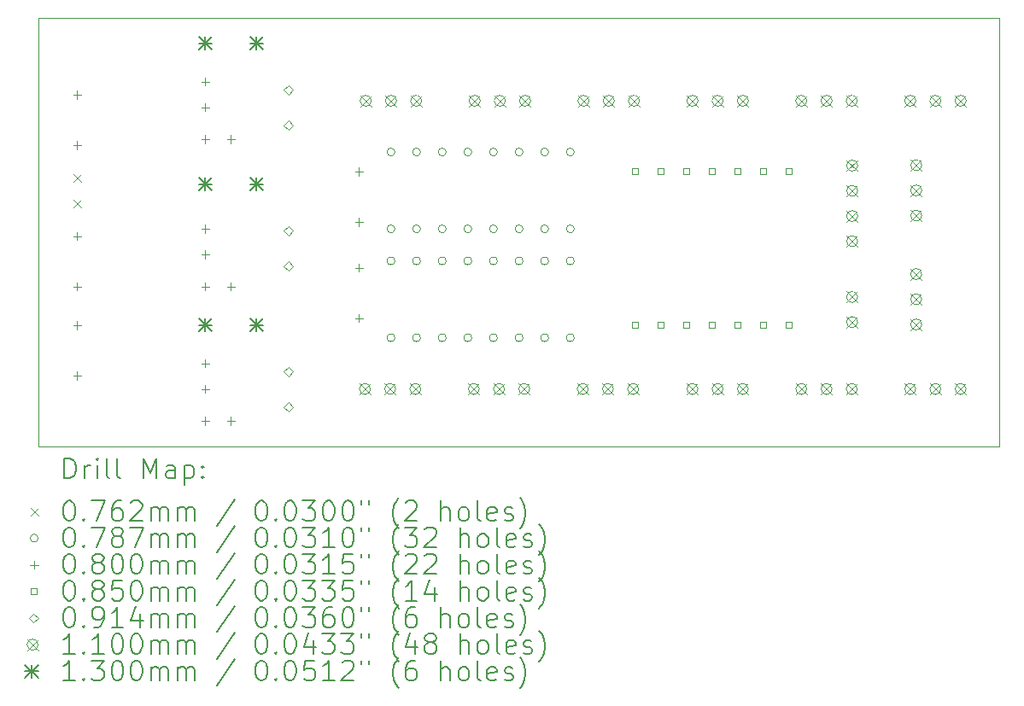
<source format=gbr>
%TF.GenerationSoftware,KiCad,Pcbnew,7.0.10*%
%TF.CreationDate,2024-10-31T16:27:37-04:00*%
%TF.ProjectId,SDP25_MainPCB,53445032-355f-44d6-9169-6e5043422e6b,rev?*%
%TF.SameCoordinates,Original*%
%TF.FileFunction,Drillmap*%
%TF.FilePolarity,Positive*%
%FSLAX45Y45*%
G04 Gerber Fmt 4.5, Leading zero omitted, Abs format (unit mm)*
G04 Created by KiCad (PCBNEW 7.0.10) date 2024-10-31 16:27:37*
%MOMM*%
%LPD*%
G01*
G04 APERTURE LIST*
%ADD10C,0.100000*%
%ADD11C,0.200000*%
%ADD12C,0.110000*%
%ADD13C,0.130000*%
G04 APERTURE END LIST*
D10*
X4826000Y-3683000D02*
X14351000Y-3683000D01*
X14351000Y-7937500D01*
X4826000Y-7937500D01*
X4826000Y-3683000D01*
D11*
D10*
X5166900Y-5486400D02*
X5243100Y-5562600D01*
X5243100Y-5486400D02*
X5166900Y-5562600D01*
X5168900Y-5232400D02*
X5245100Y-5308600D01*
X5245100Y-5232400D02*
X5168900Y-5308600D01*
X8357870Y-5016500D02*
G75*
G03*
X8279130Y-5016500I-39370J0D01*
G01*
X8279130Y-5016500D02*
G75*
G03*
X8357870Y-5016500I39370J0D01*
G01*
X8357870Y-5778500D02*
G75*
G03*
X8279130Y-5778500I-39370J0D01*
G01*
X8279130Y-5778500D02*
G75*
G03*
X8357870Y-5778500I39370J0D01*
G01*
X8357870Y-6096000D02*
G75*
G03*
X8279130Y-6096000I-39370J0D01*
G01*
X8279130Y-6096000D02*
G75*
G03*
X8357870Y-6096000I39370J0D01*
G01*
X8357870Y-6858000D02*
G75*
G03*
X8279130Y-6858000I-39370J0D01*
G01*
X8279130Y-6858000D02*
G75*
G03*
X8357870Y-6858000I39370J0D01*
G01*
X8611870Y-5016500D02*
G75*
G03*
X8533130Y-5016500I-39370J0D01*
G01*
X8533130Y-5016500D02*
G75*
G03*
X8611870Y-5016500I39370J0D01*
G01*
X8611870Y-5778500D02*
G75*
G03*
X8533130Y-5778500I-39370J0D01*
G01*
X8533130Y-5778500D02*
G75*
G03*
X8611870Y-5778500I39370J0D01*
G01*
X8611870Y-6096000D02*
G75*
G03*
X8533130Y-6096000I-39370J0D01*
G01*
X8533130Y-6096000D02*
G75*
G03*
X8611870Y-6096000I39370J0D01*
G01*
X8611870Y-6858000D02*
G75*
G03*
X8533130Y-6858000I-39370J0D01*
G01*
X8533130Y-6858000D02*
G75*
G03*
X8611870Y-6858000I39370J0D01*
G01*
X8865870Y-5016500D02*
G75*
G03*
X8787130Y-5016500I-39370J0D01*
G01*
X8787130Y-5016500D02*
G75*
G03*
X8865870Y-5016500I39370J0D01*
G01*
X8865870Y-5778500D02*
G75*
G03*
X8787130Y-5778500I-39370J0D01*
G01*
X8787130Y-5778500D02*
G75*
G03*
X8865870Y-5778500I39370J0D01*
G01*
X8865870Y-6096000D02*
G75*
G03*
X8787130Y-6096000I-39370J0D01*
G01*
X8787130Y-6096000D02*
G75*
G03*
X8865870Y-6096000I39370J0D01*
G01*
X8865870Y-6858000D02*
G75*
G03*
X8787130Y-6858000I-39370J0D01*
G01*
X8787130Y-6858000D02*
G75*
G03*
X8865870Y-6858000I39370J0D01*
G01*
X9119870Y-5016500D02*
G75*
G03*
X9041130Y-5016500I-39370J0D01*
G01*
X9041130Y-5016500D02*
G75*
G03*
X9119870Y-5016500I39370J0D01*
G01*
X9119870Y-5778500D02*
G75*
G03*
X9041130Y-5778500I-39370J0D01*
G01*
X9041130Y-5778500D02*
G75*
G03*
X9119870Y-5778500I39370J0D01*
G01*
X9119870Y-6096000D02*
G75*
G03*
X9041130Y-6096000I-39370J0D01*
G01*
X9041130Y-6096000D02*
G75*
G03*
X9119870Y-6096000I39370J0D01*
G01*
X9119870Y-6858000D02*
G75*
G03*
X9041130Y-6858000I-39370J0D01*
G01*
X9041130Y-6858000D02*
G75*
G03*
X9119870Y-6858000I39370J0D01*
G01*
X9373870Y-5016500D02*
G75*
G03*
X9295130Y-5016500I-39370J0D01*
G01*
X9295130Y-5016500D02*
G75*
G03*
X9373870Y-5016500I39370J0D01*
G01*
X9373870Y-5778500D02*
G75*
G03*
X9295130Y-5778500I-39370J0D01*
G01*
X9295130Y-5778500D02*
G75*
G03*
X9373870Y-5778500I39370J0D01*
G01*
X9373870Y-6096000D02*
G75*
G03*
X9295130Y-6096000I-39370J0D01*
G01*
X9295130Y-6096000D02*
G75*
G03*
X9373870Y-6096000I39370J0D01*
G01*
X9373870Y-6858000D02*
G75*
G03*
X9295130Y-6858000I-39370J0D01*
G01*
X9295130Y-6858000D02*
G75*
G03*
X9373870Y-6858000I39370J0D01*
G01*
X9627870Y-5016500D02*
G75*
G03*
X9549130Y-5016500I-39370J0D01*
G01*
X9549130Y-5016500D02*
G75*
G03*
X9627870Y-5016500I39370J0D01*
G01*
X9627870Y-5778500D02*
G75*
G03*
X9549130Y-5778500I-39370J0D01*
G01*
X9549130Y-5778500D02*
G75*
G03*
X9627870Y-5778500I39370J0D01*
G01*
X9627870Y-6096000D02*
G75*
G03*
X9549130Y-6096000I-39370J0D01*
G01*
X9549130Y-6096000D02*
G75*
G03*
X9627870Y-6096000I39370J0D01*
G01*
X9627870Y-6858000D02*
G75*
G03*
X9549130Y-6858000I-39370J0D01*
G01*
X9549130Y-6858000D02*
G75*
G03*
X9627870Y-6858000I39370J0D01*
G01*
X9881870Y-5016500D02*
G75*
G03*
X9803130Y-5016500I-39370J0D01*
G01*
X9803130Y-5016500D02*
G75*
G03*
X9881870Y-5016500I39370J0D01*
G01*
X9881870Y-5778500D02*
G75*
G03*
X9803130Y-5778500I-39370J0D01*
G01*
X9803130Y-5778500D02*
G75*
G03*
X9881870Y-5778500I39370J0D01*
G01*
X9881870Y-6096000D02*
G75*
G03*
X9803130Y-6096000I-39370J0D01*
G01*
X9803130Y-6096000D02*
G75*
G03*
X9881870Y-6096000I39370J0D01*
G01*
X9881870Y-6858000D02*
G75*
G03*
X9803130Y-6858000I-39370J0D01*
G01*
X9803130Y-6858000D02*
G75*
G03*
X9881870Y-6858000I39370J0D01*
G01*
X10135870Y-5016500D02*
G75*
G03*
X10057130Y-5016500I-39370J0D01*
G01*
X10057130Y-5016500D02*
G75*
G03*
X10135870Y-5016500I39370J0D01*
G01*
X10135870Y-5778500D02*
G75*
G03*
X10057130Y-5778500I-39370J0D01*
G01*
X10057130Y-5778500D02*
G75*
G03*
X10135870Y-5778500I39370J0D01*
G01*
X10135870Y-6096000D02*
G75*
G03*
X10057130Y-6096000I-39370J0D01*
G01*
X10057130Y-6096000D02*
G75*
G03*
X10135870Y-6096000I39370J0D01*
G01*
X10135870Y-6858000D02*
G75*
G03*
X10057130Y-6858000I-39370J0D01*
G01*
X10057130Y-6858000D02*
G75*
G03*
X10135870Y-6858000I39370J0D01*
G01*
X5207000Y-4409000D02*
X5207000Y-4489000D01*
X5167000Y-4449000D02*
X5247000Y-4449000D01*
X5207000Y-4909000D02*
X5207000Y-4989000D01*
X5167000Y-4949000D02*
X5247000Y-4949000D01*
X5207000Y-5810000D02*
X5207000Y-5890000D01*
X5167000Y-5850000D02*
X5247000Y-5850000D01*
X5207000Y-6310000D02*
X5207000Y-6390000D01*
X5167000Y-6350000D02*
X5247000Y-6350000D01*
X5207000Y-6695000D02*
X5207000Y-6775000D01*
X5167000Y-6735000D02*
X5247000Y-6735000D01*
X5207000Y-7195000D02*
X5207000Y-7275000D01*
X5167000Y-7235000D02*
X5247000Y-7235000D01*
X6477000Y-4278000D02*
X6477000Y-4358000D01*
X6437000Y-4318000D02*
X6517000Y-4318000D01*
X6477000Y-4532000D02*
X6477000Y-4612000D01*
X6437000Y-4572000D02*
X6517000Y-4572000D01*
X6477000Y-4849500D02*
X6477000Y-4929500D01*
X6437000Y-4889500D02*
X6517000Y-4889500D01*
X6477000Y-5738500D02*
X6477000Y-5818500D01*
X6437000Y-5778500D02*
X6517000Y-5778500D01*
X6477000Y-5992500D02*
X6477000Y-6072500D01*
X6437000Y-6032500D02*
X6517000Y-6032500D01*
X6477000Y-6310000D02*
X6477000Y-6390000D01*
X6437000Y-6350000D02*
X6517000Y-6350000D01*
X6477000Y-7072000D02*
X6477000Y-7152000D01*
X6437000Y-7112000D02*
X6517000Y-7112000D01*
X6477000Y-7326000D02*
X6477000Y-7406000D01*
X6437000Y-7366000D02*
X6517000Y-7366000D01*
X6477000Y-7643500D02*
X6477000Y-7723500D01*
X6437000Y-7683500D02*
X6517000Y-7683500D01*
X6731000Y-4849500D02*
X6731000Y-4929500D01*
X6691000Y-4889500D02*
X6771000Y-4889500D01*
X6731000Y-6310000D02*
X6731000Y-6390000D01*
X6691000Y-6350000D02*
X6771000Y-6350000D01*
X6731000Y-7643500D02*
X6731000Y-7723500D01*
X6691000Y-7683500D02*
X6771000Y-7683500D01*
X8001000Y-5171000D02*
X8001000Y-5251000D01*
X7961000Y-5211000D02*
X8041000Y-5211000D01*
X8001000Y-5671000D02*
X8001000Y-5751000D01*
X7961000Y-5711000D02*
X8041000Y-5711000D01*
X8001000Y-6123500D02*
X8001000Y-6203500D01*
X7961000Y-6163500D02*
X8041000Y-6163500D01*
X8001000Y-6623500D02*
X8001000Y-6703500D01*
X7961000Y-6663500D02*
X8041000Y-6663500D01*
X10767902Y-5237052D02*
X10767902Y-5176948D01*
X10707798Y-5176948D01*
X10707798Y-5237052D01*
X10767902Y-5237052D01*
X10767902Y-6761052D02*
X10767902Y-6700948D01*
X10707798Y-6700948D01*
X10707798Y-6761052D01*
X10767902Y-6761052D01*
X11021902Y-5237052D02*
X11021902Y-5176948D01*
X10961798Y-5176948D01*
X10961798Y-5237052D01*
X11021902Y-5237052D01*
X11021902Y-6761052D02*
X11021902Y-6700948D01*
X10961798Y-6700948D01*
X10961798Y-6761052D01*
X11021902Y-6761052D01*
X11275902Y-5237052D02*
X11275902Y-5176948D01*
X11215798Y-5176948D01*
X11215798Y-5237052D01*
X11275902Y-5237052D01*
X11275902Y-6761052D02*
X11275902Y-6700948D01*
X11215798Y-6700948D01*
X11215798Y-6761052D01*
X11275902Y-6761052D01*
X11529902Y-5237052D02*
X11529902Y-5176948D01*
X11469798Y-5176948D01*
X11469798Y-5237052D01*
X11529902Y-5237052D01*
X11529902Y-6761052D02*
X11529902Y-6700948D01*
X11469798Y-6700948D01*
X11469798Y-6761052D01*
X11529902Y-6761052D01*
X11783902Y-5237052D02*
X11783902Y-5176948D01*
X11723798Y-5176948D01*
X11723798Y-5237052D01*
X11783902Y-5237052D01*
X11783902Y-6761052D02*
X11783902Y-6700948D01*
X11723798Y-6700948D01*
X11723798Y-6761052D01*
X11783902Y-6761052D01*
X12037902Y-5237052D02*
X12037902Y-5176948D01*
X11977798Y-5176948D01*
X11977798Y-5237052D01*
X12037902Y-5237052D01*
X12037902Y-6761052D02*
X12037902Y-6700948D01*
X11977798Y-6700948D01*
X11977798Y-6761052D01*
X12037902Y-6761052D01*
X12291902Y-5237052D02*
X12291902Y-5176948D01*
X12231798Y-5176948D01*
X12231798Y-5237052D01*
X12291902Y-5237052D01*
X12291902Y-6761052D02*
X12291902Y-6700948D01*
X12231798Y-6700948D01*
X12231798Y-6761052D01*
X12291902Y-6761052D01*
X7302500Y-4445635D02*
X7348220Y-4399915D01*
X7302500Y-4354195D01*
X7256780Y-4399915D01*
X7302500Y-4445635D01*
X7302500Y-4796155D02*
X7348220Y-4750435D01*
X7302500Y-4704715D01*
X7256780Y-4750435D01*
X7302500Y-4796155D01*
X7302500Y-5842635D02*
X7348220Y-5796915D01*
X7302500Y-5751195D01*
X7256780Y-5796915D01*
X7302500Y-5842635D01*
X7302500Y-6193155D02*
X7348220Y-6147435D01*
X7302500Y-6101715D01*
X7256780Y-6147435D01*
X7302500Y-6193155D01*
X7302500Y-7239635D02*
X7348220Y-7193915D01*
X7302500Y-7148195D01*
X7256780Y-7193915D01*
X7302500Y-7239635D01*
X7302500Y-7590155D02*
X7348220Y-7544435D01*
X7302500Y-7498715D01*
X7256780Y-7544435D01*
X7302500Y-7590155D01*
D12*
X8005500Y-7311500D02*
X8115500Y-7421500D01*
X8115500Y-7311500D02*
X8005500Y-7421500D01*
X8115500Y-7366500D02*
G75*
G03*
X8005500Y-7366500I-55000J0D01*
G01*
X8005500Y-7366500D02*
G75*
G03*
X8115500Y-7366500I55000J0D01*
G01*
X8013500Y-4453500D02*
X8123500Y-4563500D01*
X8123500Y-4453500D02*
X8013500Y-4563500D01*
X8123500Y-4508500D02*
G75*
G03*
X8013500Y-4508500I-55000J0D01*
G01*
X8013500Y-4508500D02*
G75*
G03*
X8123500Y-4508500I55000J0D01*
G01*
X8255500Y-7311500D02*
X8365500Y-7421500D01*
X8365500Y-7311500D02*
X8255500Y-7421500D01*
X8365500Y-7366500D02*
G75*
G03*
X8255500Y-7366500I-55000J0D01*
G01*
X8255500Y-7366500D02*
G75*
G03*
X8365500Y-7366500I55000J0D01*
G01*
X8263500Y-4453500D02*
X8373500Y-4563500D01*
X8373500Y-4453500D02*
X8263500Y-4563500D01*
X8373500Y-4508500D02*
G75*
G03*
X8263500Y-4508500I-55000J0D01*
G01*
X8263500Y-4508500D02*
G75*
G03*
X8373500Y-4508500I55000J0D01*
G01*
X8505500Y-7311500D02*
X8615500Y-7421500D01*
X8615500Y-7311500D02*
X8505500Y-7421500D01*
X8615500Y-7366500D02*
G75*
G03*
X8505500Y-7366500I-55000J0D01*
G01*
X8505500Y-7366500D02*
G75*
G03*
X8615500Y-7366500I55000J0D01*
G01*
X8513500Y-4453500D02*
X8623500Y-4563500D01*
X8623500Y-4453500D02*
X8513500Y-4563500D01*
X8623500Y-4508500D02*
G75*
G03*
X8513500Y-4508500I-55000J0D01*
G01*
X8513500Y-4508500D02*
G75*
G03*
X8623500Y-4508500I55000J0D01*
G01*
X9085000Y-7311500D02*
X9195000Y-7421500D01*
X9195000Y-7311500D02*
X9085000Y-7421500D01*
X9195000Y-7366500D02*
G75*
G03*
X9085000Y-7366500I-55000J0D01*
G01*
X9085000Y-7366500D02*
G75*
G03*
X9195000Y-7366500I55000J0D01*
G01*
X9093000Y-4453500D02*
X9203000Y-4563500D01*
X9203000Y-4453500D02*
X9093000Y-4563500D01*
X9203000Y-4508500D02*
G75*
G03*
X9093000Y-4508500I-55000J0D01*
G01*
X9093000Y-4508500D02*
G75*
G03*
X9203000Y-4508500I55000J0D01*
G01*
X9335000Y-7311500D02*
X9445000Y-7421500D01*
X9445000Y-7311500D02*
X9335000Y-7421500D01*
X9445000Y-7366500D02*
G75*
G03*
X9335000Y-7366500I-55000J0D01*
G01*
X9335000Y-7366500D02*
G75*
G03*
X9445000Y-7366500I55000J0D01*
G01*
X9343000Y-4453500D02*
X9453000Y-4563500D01*
X9453000Y-4453500D02*
X9343000Y-4563500D01*
X9453000Y-4508500D02*
G75*
G03*
X9343000Y-4508500I-55000J0D01*
G01*
X9343000Y-4508500D02*
G75*
G03*
X9453000Y-4508500I55000J0D01*
G01*
X9585000Y-7311500D02*
X9695000Y-7421500D01*
X9695000Y-7311500D02*
X9585000Y-7421500D01*
X9695000Y-7366500D02*
G75*
G03*
X9585000Y-7366500I-55000J0D01*
G01*
X9585000Y-7366500D02*
G75*
G03*
X9695000Y-7366500I55000J0D01*
G01*
X9593000Y-4453500D02*
X9703000Y-4563500D01*
X9703000Y-4453500D02*
X9593000Y-4563500D01*
X9703000Y-4508500D02*
G75*
G03*
X9593000Y-4508500I-55000J0D01*
G01*
X9593000Y-4508500D02*
G75*
G03*
X9703000Y-4508500I55000J0D01*
G01*
X10164500Y-7311500D02*
X10274500Y-7421500D01*
X10274500Y-7311500D02*
X10164500Y-7421500D01*
X10274500Y-7366500D02*
G75*
G03*
X10164500Y-7366500I-55000J0D01*
G01*
X10164500Y-7366500D02*
G75*
G03*
X10274500Y-7366500I55000J0D01*
G01*
X10172500Y-4453500D02*
X10282500Y-4563500D01*
X10282500Y-4453500D02*
X10172500Y-4563500D01*
X10282500Y-4508500D02*
G75*
G03*
X10172500Y-4508500I-55000J0D01*
G01*
X10172500Y-4508500D02*
G75*
G03*
X10282500Y-4508500I55000J0D01*
G01*
X10414500Y-7311500D02*
X10524500Y-7421500D01*
X10524500Y-7311500D02*
X10414500Y-7421500D01*
X10524500Y-7366500D02*
G75*
G03*
X10414500Y-7366500I-55000J0D01*
G01*
X10414500Y-7366500D02*
G75*
G03*
X10524500Y-7366500I55000J0D01*
G01*
X10422500Y-4453500D02*
X10532500Y-4563500D01*
X10532500Y-4453500D02*
X10422500Y-4563500D01*
X10532500Y-4508500D02*
G75*
G03*
X10422500Y-4508500I-55000J0D01*
G01*
X10422500Y-4508500D02*
G75*
G03*
X10532500Y-4508500I55000J0D01*
G01*
X10664500Y-7311500D02*
X10774500Y-7421500D01*
X10774500Y-7311500D02*
X10664500Y-7421500D01*
X10774500Y-7366500D02*
G75*
G03*
X10664500Y-7366500I-55000J0D01*
G01*
X10664500Y-7366500D02*
G75*
G03*
X10774500Y-7366500I55000J0D01*
G01*
X10672500Y-4453500D02*
X10782500Y-4563500D01*
X10782500Y-4453500D02*
X10672500Y-4563500D01*
X10782500Y-4508500D02*
G75*
G03*
X10672500Y-4508500I-55000J0D01*
G01*
X10672500Y-4508500D02*
G75*
G03*
X10782500Y-4508500I55000J0D01*
G01*
X11252000Y-4453500D02*
X11362000Y-4563500D01*
X11362000Y-4453500D02*
X11252000Y-4563500D01*
X11362000Y-4508500D02*
G75*
G03*
X11252000Y-4508500I-55000J0D01*
G01*
X11252000Y-4508500D02*
G75*
G03*
X11362000Y-4508500I55000J0D01*
G01*
X11252000Y-7311500D02*
X11362000Y-7421500D01*
X11362000Y-7311500D02*
X11252000Y-7421500D01*
X11362000Y-7366500D02*
G75*
G03*
X11252000Y-7366500I-55000J0D01*
G01*
X11252000Y-7366500D02*
G75*
G03*
X11362000Y-7366500I55000J0D01*
G01*
X11502000Y-4453500D02*
X11612000Y-4563500D01*
X11612000Y-4453500D02*
X11502000Y-4563500D01*
X11612000Y-4508500D02*
G75*
G03*
X11502000Y-4508500I-55000J0D01*
G01*
X11502000Y-4508500D02*
G75*
G03*
X11612000Y-4508500I55000J0D01*
G01*
X11502000Y-7311500D02*
X11612000Y-7421500D01*
X11612000Y-7311500D02*
X11502000Y-7421500D01*
X11612000Y-7366500D02*
G75*
G03*
X11502000Y-7366500I-55000J0D01*
G01*
X11502000Y-7366500D02*
G75*
G03*
X11612000Y-7366500I55000J0D01*
G01*
X11752000Y-4453500D02*
X11862000Y-4563500D01*
X11862000Y-4453500D02*
X11752000Y-4563500D01*
X11862000Y-4508500D02*
G75*
G03*
X11752000Y-4508500I-55000J0D01*
G01*
X11752000Y-4508500D02*
G75*
G03*
X11862000Y-4508500I55000J0D01*
G01*
X11752000Y-7311500D02*
X11862000Y-7421500D01*
X11862000Y-7311500D02*
X11752000Y-7421500D01*
X11862000Y-7366500D02*
G75*
G03*
X11752000Y-7366500I-55000J0D01*
G01*
X11752000Y-7366500D02*
G75*
G03*
X11862000Y-7366500I55000J0D01*
G01*
X12331500Y-4453500D02*
X12441500Y-4563500D01*
X12441500Y-4453500D02*
X12331500Y-4563500D01*
X12441500Y-4508500D02*
G75*
G03*
X12331500Y-4508500I-55000J0D01*
G01*
X12331500Y-4508500D02*
G75*
G03*
X12441500Y-4508500I55000J0D01*
G01*
X12331500Y-7311500D02*
X12441500Y-7421500D01*
X12441500Y-7311500D02*
X12331500Y-7421500D01*
X12441500Y-7366500D02*
G75*
G03*
X12331500Y-7366500I-55000J0D01*
G01*
X12331500Y-7366500D02*
G75*
G03*
X12441500Y-7366500I55000J0D01*
G01*
X12581500Y-4453500D02*
X12691500Y-4563500D01*
X12691500Y-4453500D02*
X12581500Y-4563500D01*
X12691500Y-4508500D02*
G75*
G03*
X12581500Y-4508500I-55000J0D01*
G01*
X12581500Y-4508500D02*
G75*
G03*
X12691500Y-4508500I55000J0D01*
G01*
X12581500Y-7311500D02*
X12691500Y-7421500D01*
X12691500Y-7311500D02*
X12581500Y-7421500D01*
X12691500Y-7366500D02*
G75*
G03*
X12581500Y-7366500I-55000J0D01*
G01*
X12581500Y-7366500D02*
G75*
G03*
X12691500Y-7366500I55000J0D01*
G01*
X12831500Y-4453500D02*
X12941500Y-4563500D01*
X12941500Y-4453500D02*
X12831500Y-4563500D01*
X12941500Y-4508500D02*
G75*
G03*
X12831500Y-4508500I-55000J0D01*
G01*
X12831500Y-4508500D02*
G75*
G03*
X12941500Y-4508500I55000J0D01*
G01*
X12831500Y-7311500D02*
X12941500Y-7421500D01*
X12941500Y-7311500D02*
X12831500Y-7421500D01*
X12941500Y-7366500D02*
G75*
G03*
X12831500Y-7366500I-55000J0D01*
G01*
X12831500Y-7366500D02*
G75*
G03*
X12941500Y-7366500I55000J0D01*
G01*
X12835000Y-6399000D02*
X12945000Y-6509000D01*
X12945000Y-6399000D02*
X12835000Y-6509000D01*
X12945000Y-6454000D02*
G75*
G03*
X12835000Y-6454000I-55000J0D01*
G01*
X12835000Y-6454000D02*
G75*
G03*
X12945000Y-6454000I55000J0D01*
G01*
X12835000Y-6649000D02*
X12945000Y-6759000D01*
X12945000Y-6649000D02*
X12835000Y-6759000D01*
X12945000Y-6704000D02*
G75*
G03*
X12835000Y-6704000I-55000J0D01*
G01*
X12835000Y-6704000D02*
G75*
G03*
X12945000Y-6704000I55000J0D01*
G01*
X12835500Y-5096500D02*
X12945500Y-5206500D01*
X12945500Y-5096500D02*
X12835500Y-5206500D01*
X12945500Y-5151500D02*
G75*
G03*
X12835500Y-5151500I-55000J0D01*
G01*
X12835500Y-5151500D02*
G75*
G03*
X12945500Y-5151500I55000J0D01*
G01*
X12835500Y-5346500D02*
X12945500Y-5456500D01*
X12945500Y-5346500D02*
X12835500Y-5456500D01*
X12945500Y-5401500D02*
G75*
G03*
X12835500Y-5401500I-55000J0D01*
G01*
X12835500Y-5401500D02*
G75*
G03*
X12945500Y-5401500I55000J0D01*
G01*
X12835500Y-5596500D02*
X12945500Y-5706500D01*
X12945500Y-5596500D02*
X12835500Y-5706500D01*
X12945500Y-5651500D02*
G75*
G03*
X12835500Y-5651500I-55000J0D01*
G01*
X12835500Y-5651500D02*
G75*
G03*
X12945500Y-5651500I55000J0D01*
G01*
X12835500Y-5846500D02*
X12945500Y-5956500D01*
X12945500Y-5846500D02*
X12835500Y-5956500D01*
X12945500Y-5901500D02*
G75*
G03*
X12835500Y-5901500I-55000J0D01*
G01*
X12835500Y-5901500D02*
G75*
G03*
X12945500Y-5901500I55000J0D01*
G01*
X13411000Y-4453500D02*
X13521000Y-4563500D01*
X13521000Y-4453500D02*
X13411000Y-4563500D01*
X13521000Y-4508500D02*
G75*
G03*
X13411000Y-4508500I-55000J0D01*
G01*
X13411000Y-4508500D02*
G75*
G03*
X13521000Y-4508500I55000J0D01*
G01*
X13411000Y-7311500D02*
X13521000Y-7421500D01*
X13521000Y-7311500D02*
X13411000Y-7421500D01*
X13521000Y-7366500D02*
G75*
G03*
X13411000Y-7366500I-55000J0D01*
G01*
X13411000Y-7366500D02*
G75*
G03*
X13521000Y-7366500I55000J0D01*
G01*
X13470000Y-6172000D02*
X13580000Y-6282000D01*
X13580000Y-6172000D02*
X13470000Y-6282000D01*
X13580000Y-6227000D02*
G75*
G03*
X13470000Y-6227000I-55000J0D01*
G01*
X13470000Y-6227000D02*
G75*
G03*
X13580000Y-6227000I55000J0D01*
G01*
X13470000Y-6422000D02*
X13580000Y-6532000D01*
X13580000Y-6422000D02*
X13470000Y-6532000D01*
X13580000Y-6477000D02*
G75*
G03*
X13470000Y-6477000I-55000J0D01*
G01*
X13470000Y-6477000D02*
G75*
G03*
X13580000Y-6477000I55000J0D01*
G01*
X13470000Y-6672000D02*
X13580000Y-6782000D01*
X13580000Y-6672000D02*
X13470000Y-6782000D01*
X13580000Y-6727000D02*
G75*
G03*
X13470000Y-6727000I-55000J0D01*
G01*
X13470000Y-6727000D02*
G75*
G03*
X13580000Y-6727000I55000J0D01*
G01*
X13471000Y-5092500D02*
X13581000Y-5202500D01*
X13581000Y-5092500D02*
X13471000Y-5202500D01*
X13581000Y-5147500D02*
G75*
G03*
X13471000Y-5147500I-55000J0D01*
G01*
X13471000Y-5147500D02*
G75*
G03*
X13581000Y-5147500I55000J0D01*
G01*
X13471000Y-5342500D02*
X13581000Y-5452500D01*
X13581000Y-5342500D02*
X13471000Y-5452500D01*
X13581000Y-5397500D02*
G75*
G03*
X13471000Y-5397500I-55000J0D01*
G01*
X13471000Y-5397500D02*
G75*
G03*
X13581000Y-5397500I55000J0D01*
G01*
X13471000Y-5592500D02*
X13581000Y-5702500D01*
X13581000Y-5592500D02*
X13471000Y-5702500D01*
X13581000Y-5647500D02*
G75*
G03*
X13471000Y-5647500I-55000J0D01*
G01*
X13471000Y-5647500D02*
G75*
G03*
X13581000Y-5647500I55000J0D01*
G01*
X13661000Y-4453500D02*
X13771000Y-4563500D01*
X13771000Y-4453500D02*
X13661000Y-4563500D01*
X13771000Y-4508500D02*
G75*
G03*
X13661000Y-4508500I-55000J0D01*
G01*
X13661000Y-4508500D02*
G75*
G03*
X13771000Y-4508500I55000J0D01*
G01*
X13661000Y-7311500D02*
X13771000Y-7421500D01*
X13771000Y-7311500D02*
X13661000Y-7421500D01*
X13771000Y-7366500D02*
G75*
G03*
X13661000Y-7366500I-55000J0D01*
G01*
X13661000Y-7366500D02*
G75*
G03*
X13771000Y-7366500I55000J0D01*
G01*
X13911000Y-4453500D02*
X14021000Y-4563500D01*
X14021000Y-4453500D02*
X13911000Y-4563500D01*
X14021000Y-4508500D02*
G75*
G03*
X13911000Y-4508500I-55000J0D01*
G01*
X13911000Y-4508500D02*
G75*
G03*
X14021000Y-4508500I55000J0D01*
G01*
X13911000Y-7311500D02*
X14021000Y-7421500D01*
X14021000Y-7311500D02*
X13911000Y-7421500D01*
X14021000Y-7366500D02*
G75*
G03*
X13911000Y-7366500I-55000J0D01*
G01*
X13911000Y-7366500D02*
G75*
G03*
X14021000Y-7366500I55000J0D01*
G01*
D13*
X6412000Y-3872000D02*
X6542000Y-4002000D01*
X6542000Y-3872000D02*
X6412000Y-4002000D01*
X6477000Y-3872000D02*
X6477000Y-4002000D01*
X6412000Y-3937000D02*
X6542000Y-3937000D01*
X6412000Y-5269000D02*
X6542000Y-5399000D01*
X6542000Y-5269000D02*
X6412000Y-5399000D01*
X6477000Y-5269000D02*
X6477000Y-5399000D01*
X6412000Y-5334000D02*
X6542000Y-5334000D01*
X6412000Y-6666000D02*
X6542000Y-6796000D01*
X6542000Y-6666000D02*
X6412000Y-6796000D01*
X6477000Y-6666000D02*
X6477000Y-6796000D01*
X6412000Y-6731000D02*
X6542000Y-6731000D01*
X6920000Y-3872000D02*
X7050000Y-4002000D01*
X7050000Y-3872000D02*
X6920000Y-4002000D01*
X6985000Y-3872000D02*
X6985000Y-4002000D01*
X6920000Y-3937000D02*
X7050000Y-3937000D01*
X6920000Y-5269000D02*
X7050000Y-5399000D01*
X7050000Y-5269000D02*
X6920000Y-5399000D01*
X6985000Y-5269000D02*
X6985000Y-5399000D01*
X6920000Y-5334000D02*
X7050000Y-5334000D01*
X6920000Y-6666000D02*
X7050000Y-6796000D01*
X7050000Y-6666000D02*
X6920000Y-6796000D01*
X6985000Y-6666000D02*
X6985000Y-6796000D01*
X6920000Y-6731000D02*
X7050000Y-6731000D01*
D11*
X5081777Y-8253984D02*
X5081777Y-8053984D01*
X5081777Y-8053984D02*
X5129396Y-8053984D01*
X5129396Y-8053984D02*
X5157967Y-8063508D01*
X5157967Y-8063508D02*
X5177015Y-8082555D01*
X5177015Y-8082555D02*
X5186539Y-8101603D01*
X5186539Y-8101603D02*
X5196063Y-8139698D01*
X5196063Y-8139698D02*
X5196063Y-8168269D01*
X5196063Y-8168269D02*
X5186539Y-8206365D01*
X5186539Y-8206365D02*
X5177015Y-8225412D01*
X5177015Y-8225412D02*
X5157967Y-8244460D01*
X5157967Y-8244460D02*
X5129396Y-8253984D01*
X5129396Y-8253984D02*
X5081777Y-8253984D01*
X5281777Y-8253984D02*
X5281777Y-8120650D01*
X5281777Y-8158746D02*
X5291301Y-8139698D01*
X5291301Y-8139698D02*
X5300824Y-8130174D01*
X5300824Y-8130174D02*
X5319872Y-8120650D01*
X5319872Y-8120650D02*
X5338920Y-8120650D01*
X5405586Y-8253984D02*
X5405586Y-8120650D01*
X5405586Y-8053984D02*
X5396063Y-8063508D01*
X5396063Y-8063508D02*
X5405586Y-8073031D01*
X5405586Y-8073031D02*
X5415110Y-8063508D01*
X5415110Y-8063508D02*
X5405586Y-8053984D01*
X5405586Y-8053984D02*
X5405586Y-8073031D01*
X5529396Y-8253984D02*
X5510348Y-8244460D01*
X5510348Y-8244460D02*
X5500824Y-8225412D01*
X5500824Y-8225412D02*
X5500824Y-8053984D01*
X5634158Y-8253984D02*
X5615110Y-8244460D01*
X5615110Y-8244460D02*
X5605586Y-8225412D01*
X5605586Y-8225412D02*
X5605586Y-8053984D01*
X5862729Y-8253984D02*
X5862729Y-8053984D01*
X5862729Y-8053984D02*
X5929396Y-8196841D01*
X5929396Y-8196841D02*
X5996062Y-8053984D01*
X5996062Y-8053984D02*
X5996062Y-8253984D01*
X6177015Y-8253984D02*
X6177015Y-8149222D01*
X6177015Y-8149222D02*
X6167491Y-8130174D01*
X6167491Y-8130174D02*
X6148443Y-8120650D01*
X6148443Y-8120650D02*
X6110348Y-8120650D01*
X6110348Y-8120650D02*
X6091301Y-8130174D01*
X6177015Y-8244460D02*
X6157967Y-8253984D01*
X6157967Y-8253984D02*
X6110348Y-8253984D01*
X6110348Y-8253984D02*
X6091301Y-8244460D01*
X6091301Y-8244460D02*
X6081777Y-8225412D01*
X6081777Y-8225412D02*
X6081777Y-8206365D01*
X6081777Y-8206365D02*
X6091301Y-8187317D01*
X6091301Y-8187317D02*
X6110348Y-8177793D01*
X6110348Y-8177793D02*
X6157967Y-8177793D01*
X6157967Y-8177793D02*
X6177015Y-8168269D01*
X6272253Y-8120650D02*
X6272253Y-8320650D01*
X6272253Y-8130174D02*
X6291301Y-8120650D01*
X6291301Y-8120650D02*
X6329396Y-8120650D01*
X6329396Y-8120650D02*
X6348443Y-8130174D01*
X6348443Y-8130174D02*
X6357967Y-8139698D01*
X6357967Y-8139698D02*
X6367491Y-8158746D01*
X6367491Y-8158746D02*
X6367491Y-8215888D01*
X6367491Y-8215888D02*
X6357967Y-8234936D01*
X6357967Y-8234936D02*
X6348443Y-8244460D01*
X6348443Y-8244460D02*
X6329396Y-8253984D01*
X6329396Y-8253984D02*
X6291301Y-8253984D01*
X6291301Y-8253984D02*
X6272253Y-8244460D01*
X6453205Y-8234936D02*
X6462729Y-8244460D01*
X6462729Y-8244460D02*
X6453205Y-8253984D01*
X6453205Y-8253984D02*
X6443682Y-8244460D01*
X6443682Y-8244460D02*
X6453205Y-8234936D01*
X6453205Y-8234936D02*
X6453205Y-8253984D01*
X6453205Y-8130174D02*
X6462729Y-8139698D01*
X6462729Y-8139698D02*
X6453205Y-8149222D01*
X6453205Y-8149222D02*
X6443682Y-8139698D01*
X6443682Y-8139698D02*
X6453205Y-8130174D01*
X6453205Y-8130174D02*
X6453205Y-8149222D01*
D10*
X4744800Y-8544400D02*
X4821000Y-8620600D01*
X4821000Y-8544400D02*
X4744800Y-8620600D01*
D11*
X5119872Y-8473984D02*
X5138920Y-8473984D01*
X5138920Y-8473984D02*
X5157967Y-8483508D01*
X5157967Y-8483508D02*
X5167491Y-8493031D01*
X5167491Y-8493031D02*
X5177015Y-8512079D01*
X5177015Y-8512079D02*
X5186539Y-8550174D01*
X5186539Y-8550174D02*
X5186539Y-8597793D01*
X5186539Y-8597793D02*
X5177015Y-8635889D01*
X5177015Y-8635889D02*
X5167491Y-8654936D01*
X5167491Y-8654936D02*
X5157967Y-8664460D01*
X5157967Y-8664460D02*
X5138920Y-8673984D01*
X5138920Y-8673984D02*
X5119872Y-8673984D01*
X5119872Y-8673984D02*
X5100824Y-8664460D01*
X5100824Y-8664460D02*
X5091301Y-8654936D01*
X5091301Y-8654936D02*
X5081777Y-8635889D01*
X5081777Y-8635889D02*
X5072253Y-8597793D01*
X5072253Y-8597793D02*
X5072253Y-8550174D01*
X5072253Y-8550174D02*
X5081777Y-8512079D01*
X5081777Y-8512079D02*
X5091301Y-8493031D01*
X5091301Y-8493031D02*
X5100824Y-8483508D01*
X5100824Y-8483508D02*
X5119872Y-8473984D01*
X5272253Y-8654936D02*
X5281777Y-8664460D01*
X5281777Y-8664460D02*
X5272253Y-8673984D01*
X5272253Y-8673984D02*
X5262729Y-8664460D01*
X5262729Y-8664460D02*
X5272253Y-8654936D01*
X5272253Y-8654936D02*
X5272253Y-8673984D01*
X5348444Y-8473984D02*
X5481777Y-8473984D01*
X5481777Y-8473984D02*
X5396063Y-8673984D01*
X5643682Y-8473984D02*
X5605586Y-8473984D01*
X5605586Y-8473984D02*
X5586539Y-8483508D01*
X5586539Y-8483508D02*
X5577015Y-8493031D01*
X5577015Y-8493031D02*
X5557967Y-8521603D01*
X5557967Y-8521603D02*
X5548444Y-8559698D01*
X5548444Y-8559698D02*
X5548444Y-8635889D01*
X5548444Y-8635889D02*
X5557967Y-8654936D01*
X5557967Y-8654936D02*
X5567491Y-8664460D01*
X5567491Y-8664460D02*
X5586539Y-8673984D01*
X5586539Y-8673984D02*
X5624634Y-8673984D01*
X5624634Y-8673984D02*
X5643682Y-8664460D01*
X5643682Y-8664460D02*
X5653205Y-8654936D01*
X5653205Y-8654936D02*
X5662729Y-8635889D01*
X5662729Y-8635889D02*
X5662729Y-8588270D01*
X5662729Y-8588270D02*
X5653205Y-8569222D01*
X5653205Y-8569222D02*
X5643682Y-8559698D01*
X5643682Y-8559698D02*
X5624634Y-8550174D01*
X5624634Y-8550174D02*
X5586539Y-8550174D01*
X5586539Y-8550174D02*
X5567491Y-8559698D01*
X5567491Y-8559698D02*
X5557967Y-8569222D01*
X5557967Y-8569222D02*
X5548444Y-8588270D01*
X5738920Y-8493031D02*
X5748443Y-8483508D01*
X5748443Y-8483508D02*
X5767491Y-8473984D01*
X5767491Y-8473984D02*
X5815110Y-8473984D01*
X5815110Y-8473984D02*
X5834158Y-8483508D01*
X5834158Y-8483508D02*
X5843682Y-8493031D01*
X5843682Y-8493031D02*
X5853205Y-8512079D01*
X5853205Y-8512079D02*
X5853205Y-8531127D01*
X5853205Y-8531127D02*
X5843682Y-8559698D01*
X5843682Y-8559698D02*
X5729396Y-8673984D01*
X5729396Y-8673984D02*
X5853205Y-8673984D01*
X5938920Y-8673984D02*
X5938920Y-8540650D01*
X5938920Y-8559698D02*
X5948443Y-8550174D01*
X5948443Y-8550174D02*
X5967491Y-8540650D01*
X5967491Y-8540650D02*
X5996063Y-8540650D01*
X5996063Y-8540650D02*
X6015110Y-8550174D01*
X6015110Y-8550174D02*
X6024634Y-8569222D01*
X6024634Y-8569222D02*
X6024634Y-8673984D01*
X6024634Y-8569222D02*
X6034158Y-8550174D01*
X6034158Y-8550174D02*
X6053205Y-8540650D01*
X6053205Y-8540650D02*
X6081777Y-8540650D01*
X6081777Y-8540650D02*
X6100824Y-8550174D01*
X6100824Y-8550174D02*
X6110348Y-8569222D01*
X6110348Y-8569222D02*
X6110348Y-8673984D01*
X6205586Y-8673984D02*
X6205586Y-8540650D01*
X6205586Y-8559698D02*
X6215110Y-8550174D01*
X6215110Y-8550174D02*
X6234158Y-8540650D01*
X6234158Y-8540650D02*
X6262729Y-8540650D01*
X6262729Y-8540650D02*
X6281777Y-8550174D01*
X6281777Y-8550174D02*
X6291301Y-8569222D01*
X6291301Y-8569222D02*
X6291301Y-8673984D01*
X6291301Y-8569222D02*
X6300824Y-8550174D01*
X6300824Y-8550174D02*
X6319872Y-8540650D01*
X6319872Y-8540650D02*
X6348443Y-8540650D01*
X6348443Y-8540650D02*
X6367491Y-8550174D01*
X6367491Y-8550174D02*
X6377015Y-8569222D01*
X6377015Y-8569222D02*
X6377015Y-8673984D01*
X6767491Y-8464460D02*
X6596063Y-8721603D01*
X7024634Y-8473984D02*
X7043682Y-8473984D01*
X7043682Y-8473984D02*
X7062729Y-8483508D01*
X7062729Y-8483508D02*
X7072253Y-8493031D01*
X7072253Y-8493031D02*
X7081777Y-8512079D01*
X7081777Y-8512079D02*
X7091301Y-8550174D01*
X7091301Y-8550174D02*
X7091301Y-8597793D01*
X7091301Y-8597793D02*
X7081777Y-8635889D01*
X7081777Y-8635889D02*
X7072253Y-8654936D01*
X7072253Y-8654936D02*
X7062729Y-8664460D01*
X7062729Y-8664460D02*
X7043682Y-8673984D01*
X7043682Y-8673984D02*
X7024634Y-8673984D01*
X7024634Y-8673984D02*
X7005586Y-8664460D01*
X7005586Y-8664460D02*
X6996063Y-8654936D01*
X6996063Y-8654936D02*
X6986539Y-8635889D01*
X6986539Y-8635889D02*
X6977015Y-8597793D01*
X6977015Y-8597793D02*
X6977015Y-8550174D01*
X6977015Y-8550174D02*
X6986539Y-8512079D01*
X6986539Y-8512079D02*
X6996063Y-8493031D01*
X6996063Y-8493031D02*
X7005586Y-8483508D01*
X7005586Y-8483508D02*
X7024634Y-8473984D01*
X7177015Y-8654936D02*
X7186539Y-8664460D01*
X7186539Y-8664460D02*
X7177015Y-8673984D01*
X7177015Y-8673984D02*
X7167491Y-8664460D01*
X7167491Y-8664460D02*
X7177015Y-8654936D01*
X7177015Y-8654936D02*
X7177015Y-8673984D01*
X7310348Y-8473984D02*
X7329396Y-8473984D01*
X7329396Y-8473984D02*
X7348444Y-8483508D01*
X7348444Y-8483508D02*
X7357967Y-8493031D01*
X7357967Y-8493031D02*
X7367491Y-8512079D01*
X7367491Y-8512079D02*
X7377015Y-8550174D01*
X7377015Y-8550174D02*
X7377015Y-8597793D01*
X7377015Y-8597793D02*
X7367491Y-8635889D01*
X7367491Y-8635889D02*
X7357967Y-8654936D01*
X7357967Y-8654936D02*
X7348444Y-8664460D01*
X7348444Y-8664460D02*
X7329396Y-8673984D01*
X7329396Y-8673984D02*
X7310348Y-8673984D01*
X7310348Y-8673984D02*
X7291301Y-8664460D01*
X7291301Y-8664460D02*
X7281777Y-8654936D01*
X7281777Y-8654936D02*
X7272253Y-8635889D01*
X7272253Y-8635889D02*
X7262729Y-8597793D01*
X7262729Y-8597793D02*
X7262729Y-8550174D01*
X7262729Y-8550174D02*
X7272253Y-8512079D01*
X7272253Y-8512079D02*
X7281777Y-8493031D01*
X7281777Y-8493031D02*
X7291301Y-8483508D01*
X7291301Y-8483508D02*
X7310348Y-8473984D01*
X7443682Y-8473984D02*
X7567491Y-8473984D01*
X7567491Y-8473984D02*
X7500825Y-8550174D01*
X7500825Y-8550174D02*
X7529396Y-8550174D01*
X7529396Y-8550174D02*
X7548444Y-8559698D01*
X7548444Y-8559698D02*
X7557967Y-8569222D01*
X7557967Y-8569222D02*
X7567491Y-8588270D01*
X7567491Y-8588270D02*
X7567491Y-8635889D01*
X7567491Y-8635889D02*
X7557967Y-8654936D01*
X7557967Y-8654936D02*
X7548444Y-8664460D01*
X7548444Y-8664460D02*
X7529396Y-8673984D01*
X7529396Y-8673984D02*
X7472253Y-8673984D01*
X7472253Y-8673984D02*
X7453206Y-8664460D01*
X7453206Y-8664460D02*
X7443682Y-8654936D01*
X7691301Y-8473984D02*
X7710348Y-8473984D01*
X7710348Y-8473984D02*
X7729396Y-8483508D01*
X7729396Y-8483508D02*
X7738920Y-8493031D01*
X7738920Y-8493031D02*
X7748444Y-8512079D01*
X7748444Y-8512079D02*
X7757967Y-8550174D01*
X7757967Y-8550174D02*
X7757967Y-8597793D01*
X7757967Y-8597793D02*
X7748444Y-8635889D01*
X7748444Y-8635889D02*
X7738920Y-8654936D01*
X7738920Y-8654936D02*
X7729396Y-8664460D01*
X7729396Y-8664460D02*
X7710348Y-8673984D01*
X7710348Y-8673984D02*
X7691301Y-8673984D01*
X7691301Y-8673984D02*
X7672253Y-8664460D01*
X7672253Y-8664460D02*
X7662729Y-8654936D01*
X7662729Y-8654936D02*
X7653206Y-8635889D01*
X7653206Y-8635889D02*
X7643682Y-8597793D01*
X7643682Y-8597793D02*
X7643682Y-8550174D01*
X7643682Y-8550174D02*
X7653206Y-8512079D01*
X7653206Y-8512079D02*
X7662729Y-8493031D01*
X7662729Y-8493031D02*
X7672253Y-8483508D01*
X7672253Y-8483508D02*
X7691301Y-8473984D01*
X7881777Y-8473984D02*
X7900825Y-8473984D01*
X7900825Y-8473984D02*
X7919872Y-8483508D01*
X7919872Y-8483508D02*
X7929396Y-8493031D01*
X7929396Y-8493031D02*
X7938920Y-8512079D01*
X7938920Y-8512079D02*
X7948444Y-8550174D01*
X7948444Y-8550174D02*
X7948444Y-8597793D01*
X7948444Y-8597793D02*
X7938920Y-8635889D01*
X7938920Y-8635889D02*
X7929396Y-8654936D01*
X7929396Y-8654936D02*
X7919872Y-8664460D01*
X7919872Y-8664460D02*
X7900825Y-8673984D01*
X7900825Y-8673984D02*
X7881777Y-8673984D01*
X7881777Y-8673984D02*
X7862729Y-8664460D01*
X7862729Y-8664460D02*
X7853206Y-8654936D01*
X7853206Y-8654936D02*
X7843682Y-8635889D01*
X7843682Y-8635889D02*
X7834158Y-8597793D01*
X7834158Y-8597793D02*
X7834158Y-8550174D01*
X7834158Y-8550174D02*
X7843682Y-8512079D01*
X7843682Y-8512079D02*
X7853206Y-8493031D01*
X7853206Y-8493031D02*
X7862729Y-8483508D01*
X7862729Y-8483508D02*
X7881777Y-8473984D01*
X8024634Y-8473984D02*
X8024634Y-8512079D01*
X8100825Y-8473984D02*
X8100825Y-8512079D01*
X8396063Y-8750174D02*
X8386539Y-8740650D01*
X8386539Y-8740650D02*
X8367491Y-8712079D01*
X8367491Y-8712079D02*
X8357968Y-8693031D01*
X8357968Y-8693031D02*
X8348444Y-8664460D01*
X8348444Y-8664460D02*
X8338920Y-8616841D01*
X8338920Y-8616841D02*
X8338920Y-8578746D01*
X8338920Y-8578746D02*
X8348444Y-8531127D01*
X8348444Y-8531127D02*
X8357968Y-8502555D01*
X8357968Y-8502555D02*
X8367491Y-8483508D01*
X8367491Y-8483508D02*
X8386539Y-8454936D01*
X8386539Y-8454936D02*
X8396063Y-8445412D01*
X8462730Y-8493031D02*
X8472253Y-8483508D01*
X8472253Y-8483508D02*
X8491301Y-8473984D01*
X8491301Y-8473984D02*
X8538920Y-8473984D01*
X8538920Y-8473984D02*
X8557968Y-8483508D01*
X8557968Y-8483508D02*
X8567491Y-8493031D01*
X8567491Y-8493031D02*
X8577015Y-8512079D01*
X8577015Y-8512079D02*
X8577015Y-8531127D01*
X8577015Y-8531127D02*
X8567491Y-8559698D01*
X8567491Y-8559698D02*
X8453206Y-8673984D01*
X8453206Y-8673984D02*
X8577015Y-8673984D01*
X8815111Y-8673984D02*
X8815111Y-8473984D01*
X8900825Y-8673984D02*
X8900825Y-8569222D01*
X8900825Y-8569222D02*
X8891301Y-8550174D01*
X8891301Y-8550174D02*
X8872253Y-8540650D01*
X8872253Y-8540650D02*
X8843682Y-8540650D01*
X8843682Y-8540650D02*
X8824634Y-8550174D01*
X8824634Y-8550174D02*
X8815111Y-8559698D01*
X9024634Y-8673984D02*
X9005587Y-8664460D01*
X9005587Y-8664460D02*
X8996063Y-8654936D01*
X8996063Y-8654936D02*
X8986539Y-8635889D01*
X8986539Y-8635889D02*
X8986539Y-8578746D01*
X8986539Y-8578746D02*
X8996063Y-8559698D01*
X8996063Y-8559698D02*
X9005587Y-8550174D01*
X9005587Y-8550174D02*
X9024634Y-8540650D01*
X9024634Y-8540650D02*
X9053206Y-8540650D01*
X9053206Y-8540650D02*
X9072253Y-8550174D01*
X9072253Y-8550174D02*
X9081777Y-8559698D01*
X9081777Y-8559698D02*
X9091301Y-8578746D01*
X9091301Y-8578746D02*
X9091301Y-8635889D01*
X9091301Y-8635889D02*
X9081777Y-8654936D01*
X9081777Y-8654936D02*
X9072253Y-8664460D01*
X9072253Y-8664460D02*
X9053206Y-8673984D01*
X9053206Y-8673984D02*
X9024634Y-8673984D01*
X9205587Y-8673984D02*
X9186539Y-8664460D01*
X9186539Y-8664460D02*
X9177015Y-8645412D01*
X9177015Y-8645412D02*
X9177015Y-8473984D01*
X9357968Y-8664460D02*
X9338920Y-8673984D01*
X9338920Y-8673984D02*
X9300825Y-8673984D01*
X9300825Y-8673984D02*
X9281777Y-8664460D01*
X9281777Y-8664460D02*
X9272253Y-8645412D01*
X9272253Y-8645412D02*
X9272253Y-8569222D01*
X9272253Y-8569222D02*
X9281777Y-8550174D01*
X9281777Y-8550174D02*
X9300825Y-8540650D01*
X9300825Y-8540650D02*
X9338920Y-8540650D01*
X9338920Y-8540650D02*
X9357968Y-8550174D01*
X9357968Y-8550174D02*
X9367492Y-8569222D01*
X9367492Y-8569222D02*
X9367492Y-8588270D01*
X9367492Y-8588270D02*
X9272253Y-8607317D01*
X9443682Y-8664460D02*
X9462730Y-8673984D01*
X9462730Y-8673984D02*
X9500825Y-8673984D01*
X9500825Y-8673984D02*
X9519873Y-8664460D01*
X9519873Y-8664460D02*
X9529396Y-8645412D01*
X9529396Y-8645412D02*
X9529396Y-8635889D01*
X9529396Y-8635889D02*
X9519873Y-8616841D01*
X9519873Y-8616841D02*
X9500825Y-8607317D01*
X9500825Y-8607317D02*
X9472253Y-8607317D01*
X9472253Y-8607317D02*
X9453206Y-8597793D01*
X9453206Y-8597793D02*
X9443682Y-8578746D01*
X9443682Y-8578746D02*
X9443682Y-8569222D01*
X9443682Y-8569222D02*
X9453206Y-8550174D01*
X9453206Y-8550174D02*
X9472253Y-8540650D01*
X9472253Y-8540650D02*
X9500825Y-8540650D01*
X9500825Y-8540650D02*
X9519873Y-8550174D01*
X9596063Y-8750174D02*
X9605587Y-8740650D01*
X9605587Y-8740650D02*
X9624634Y-8712079D01*
X9624634Y-8712079D02*
X9634158Y-8693031D01*
X9634158Y-8693031D02*
X9643682Y-8664460D01*
X9643682Y-8664460D02*
X9653206Y-8616841D01*
X9653206Y-8616841D02*
X9653206Y-8578746D01*
X9653206Y-8578746D02*
X9643682Y-8531127D01*
X9643682Y-8531127D02*
X9634158Y-8502555D01*
X9634158Y-8502555D02*
X9624634Y-8483508D01*
X9624634Y-8483508D02*
X9605587Y-8454936D01*
X9605587Y-8454936D02*
X9596063Y-8445412D01*
D10*
X4821000Y-8846500D02*
G75*
G03*
X4742260Y-8846500I-39370J0D01*
G01*
X4742260Y-8846500D02*
G75*
G03*
X4821000Y-8846500I39370J0D01*
G01*
D11*
X5119872Y-8737984D02*
X5138920Y-8737984D01*
X5138920Y-8737984D02*
X5157967Y-8747508D01*
X5157967Y-8747508D02*
X5167491Y-8757031D01*
X5167491Y-8757031D02*
X5177015Y-8776079D01*
X5177015Y-8776079D02*
X5186539Y-8814174D01*
X5186539Y-8814174D02*
X5186539Y-8861793D01*
X5186539Y-8861793D02*
X5177015Y-8899889D01*
X5177015Y-8899889D02*
X5167491Y-8918936D01*
X5167491Y-8918936D02*
X5157967Y-8928460D01*
X5157967Y-8928460D02*
X5138920Y-8937984D01*
X5138920Y-8937984D02*
X5119872Y-8937984D01*
X5119872Y-8937984D02*
X5100824Y-8928460D01*
X5100824Y-8928460D02*
X5091301Y-8918936D01*
X5091301Y-8918936D02*
X5081777Y-8899889D01*
X5081777Y-8899889D02*
X5072253Y-8861793D01*
X5072253Y-8861793D02*
X5072253Y-8814174D01*
X5072253Y-8814174D02*
X5081777Y-8776079D01*
X5081777Y-8776079D02*
X5091301Y-8757031D01*
X5091301Y-8757031D02*
X5100824Y-8747508D01*
X5100824Y-8747508D02*
X5119872Y-8737984D01*
X5272253Y-8918936D02*
X5281777Y-8928460D01*
X5281777Y-8928460D02*
X5272253Y-8937984D01*
X5272253Y-8937984D02*
X5262729Y-8928460D01*
X5262729Y-8928460D02*
X5272253Y-8918936D01*
X5272253Y-8918936D02*
X5272253Y-8937984D01*
X5348444Y-8737984D02*
X5481777Y-8737984D01*
X5481777Y-8737984D02*
X5396063Y-8937984D01*
X5586539Y-8823698D02*
X5567491Y-8814174D01*
X5567491Y-8814174D02*
X5557967Y-8804650D01*
X5557967Y-8804650D02*
X5548444Y-8785603D01*
X5548444Y-8785603D02*
X5548444Y-8776079D01*
X5548444Y-8776079D02*
X5557967Y-8757031D01*
X5557967Y-8757031D02*
X5567491Y-8747508D01*
X5567491Y-8747508D02*
X5586539Y-8737984D01*
X5586539Y-8737984D02*
X5624634Y-8737984D01*
X5624634Y-8737984D02*
X5643682Y-8747508D01*
X5643682Y-8747508D02*
X5653205Y-8757031D01*
X5653205Y-8757031D02*
X5662729Y-8776079D01*
X5662729Y-8776079D02*
X5662729Y-8785603D01*
X5662729Y-8785603D02*
X5653205Y-8804650D01*
X5653205Y-8804650D02*
X5643682Y-8814174D01*
X5643682Y-8814174D02*
X5624634Y-8823698D01*
X5624634Y-8823698D02*
X5586539Y-8823698D01*
X5586539Y-8823698D02*
X5567491Y-8833222D01*
X5567491Y-8833222D02*
X5557967Y-8842746D01*
X5557967Y-8842746D02*
X5548444Y-8861793D01*
X5548444Y-8861793D02*
X5548444Y-8899889D01*
X5548444Y-8899889D02*
X5557967Y-8918936D01*
X5557967Y-8918936D02*
X5567491Y-8928460D01*
X5567491Y-8928460D02*
X5586539Y-8937984D01*
X5586539Y-8937984D02*
X5624634Y-8937984D01*
X5624634Y-8937984D02*
X5643682Y-8928460D01*
X5643682Y-8928460D02*
X5653205Y-8918936D01*
X5653205Y-8918936D02*
X5662729Y-8899889D01*
X5662729Y-8899889D02*
X5662729Y-8861793D01*
X5662729Y-8861793D02*
X5653205Y-8842746D01*
X5653205Y-8842746D02*
X5643682Y-8833222D01*
X5643682Y-8833222D02*
X5624634Y-8823698D01*
X5729396Y-8737984D02*
X5862729Y-8737984D01*
X5862729Y-8737984D02*
X5777015Y-8937984D01*
X5938920Y-8937984D02*
X5938920Y-8804650D01*
X5938920Y-8823698D02*
X5948443Y-8814174D01*
X5948443Y-8814174D02*
X5967491Y-8804650D01*
X5967491Y-8804650D02*
X5996063Y-8804650D01*
X5996063Y-8804650D02*
X6015110Y-8814174D01*
X6015110Y-8814174D02*
X6024634Y-8833222D01*
X6024634Y-8833222D02*
X6024634Y-8937984D01*
X6024634Y-8833222D02*
X6034158Y-8814174D01*
X6034158Y-8814174D02*
X6053205Y-8804650D01*
X6053205Y-8804650D02*
X6081777Y-8804650D01*
X6081777Y-8804650D02*
X6100824Y-8814174D01*
X6100824Y-8814174D02*
X6110348Y-8833222D01*
X6110348Y-8833222D02*
X6110348Y-8937984D01*
X6205586Y-8937984D02*
X6205586Y-8804650D01*
X6205586Y-8823698D02*
X6215110Y-8814174D01*
X6215110Y-8814174D02*
X6234158Y-8804650D01*
X6234158Y-8804650D02*
X6262729Y-8804650D01*
X6262729Y-8804650D02*
X6281777Y-8814174D01*
X6281777Y-8814174D02*
X6291301Y-8833222D01*
X6291301Y-8833222D02*
X6291301Y-8937984D01*
X6291301Y-8833222D02*
X6300824Y-8814174D01*
X6300824Y-8814174D02*
X6319872Y-8804650D01*
X6319872Y-8804650D02*
X6348443Y-8804650D01*
X6348443Y-8804650D02*
X6367491Y-8814174D01*
X6367491Y-8814174D02*
X6377015Y-8833222D01*
X6377015Y-8833222D02*
X6377015Y-8937984D01*
X6767491Y-8728460D02*
X6596063Y-8985603D01*
X7024634Y-8737984D02*
X7043682Y-8737984D01*
X7043682Y-8737984D02*
X7062729Y-8747508D01*
X7062729Y-8747508D02*
X7072253Y-8757031D01*
X7072253Y-8757031D02*
X7081777Y-8776079D01*
X7081777Y-8776079D02*
X7091301Y-8814174D01*
X7091301Y-8814174D02*
X7091301Y-8861793D01*
X7091301Y-8861793D02*
X7081777Y-8899889D01*
X7081777Y-8899889D02*
X7072253Y-8918936D01*
X7072253Y-8918936D02*
X7062729Y-8928460D01*
X7062729Y-8928460D02*
X7043682Y-8937984D01*
X7043682Y-8937984D02*
X7024634Y-8937984D01*
X7024634Y-8937984D02*
X7005586Y-8928460D01*
X7005586Y-8928460D02*
X6996063Y-8918936D01*
X6996063Y-8918936D02*
X6986539Y-8899889D01*
X6986539Y-8899889D02*
X6977015Y-8861793D01*
X6977015Y-8861793D02*
X6977015Y-8814174D01*
X6977015Y-8814174D02*
X6986539Y-8776079D01*
X6986539Y-8776079D02*
X6996063Y-8757031D01*
X6996063Y-8757031D02*
X7005586Y-8747508D01*
X7005586Y-8747508D02*
X7024634Y-8737984D01*
X7177015Y-8918936D02*
X7186539Y-8928460D01*
X7186539Y-8928460D02*
X7177015Y-8937984D01*
X7177015Y-8937984D02*
X7167491Y-8928460D01*
X7167491Y-8928460D02*
X7177015Y-8918936D01*
X7177015Y-8918936D02*
X7177015Y-8937984D01*
X7310348Y-8737984D02*
X7329396Y-8737984D01*
X7329396Y-8737984D02*
X7348444Y-8747508D01*
X7348444Y-8747508D02*
X7357967Y-8757031D01*
X7357967Y-8757031D02*
X7367491Y-8776079D01*
X7367491Y-8776079D02*
X7377015Y-8814174D01*
X7377015Y-8814174D02*
X7377015Y-8861793D01*
X7377015Y-8861793D02*
X7367491Y-8899889D01*
X7367491Y-8899889D02*
X7357967Y-8918936D01*
X7357967Y-8918936D02*
X7348444Y-8928460D01*
X7348444Y-8928460D02*
X7329396Y-8937984D01*
X7329396Y-8937984D02*
X7310348Y-8937984D01*
X7310348Y-8937984D02*
X7291301Y-8928460D01*
X7291301Y-8928460D02*
X7281777Y-8918936D01*
X7281777Y-8918936D02*
X7272253Y-8899889D01*
X7272253Y-8899889D02*
X7262729Y-8861793D01*
X7262729Y-8861793D02*
X7262729Y-8814174D01*
X7262729Y-8814174D02*
X7272253Y-8776079D01*
X7272253Y-8776079D02*
X7281777Y-8757031D01*
X7281777Y-8757031D02*
X7291301Y-8747508D01*
X7291301Y-8747508D02*
X7310348Y-8737984D01*
X7443682Y-8737984D02*
X7567491Y-8737984D01*
X7567491Y-8737984D02*
X7500825Y-8814174D01*
X7500825Y-8814174D02*
X7529396Y-8814174D01*
X7529396Y-8814174D02*
X7548444Y-8823698D01*
X7548444Y-8823698D02*
X7557967Y-8833222D01*
X7557967Y-8833222D02*
X7567491Y-8852270D01*
X7567491Y-8852270D02*
X7567491Y-8899889D01*
X7567491Y-8899889D02*
X7557967Y-8918936D01*
X7557967Y-8918936D02*
X7548444Y-8928460D01*
X7548444Y-8928460D02*
X7529396Y-8937984D01*
X7529396Y-8937984D02*
X7472253Y-8937984D01*
X7472253Y-8937984D02*
X7453206Y-8928460D01*
X7453206Y-8928460D02*
X7443682Y-8918936D01*
X7757967Y-8937984D02*
X7643682Y-8937984D01*
X7700825Y-8937984D02*
X7700825Y-8737984D01*
X7700825Y-8737984D02*
X7681777Y-8766555D01*
X7681777Y-8766555D02*
X7662729Y-8785603D01*
X7662729Y-8785603D02*
X7643682Y-8795127D01*
X7881777Y-8737984D02*
X7900825Y-8737984D01*
X7900825Y-8737984D02*
X7919872Y-8747508D01*
X7919872Y-8747508D02*
X7929396Y-8757031D01*
X7929396Y-8757031D02*
X7938920Y-8776079D01*
X7938920Y-8776079D02*
X7948444Y-8814174D01*
X7948444Y-8814174D02*
X7948444Y-8861793D01*
X7948444Y-8861793D02*
X7938920Y-8899889D01*
X7938920Y-8899889D02*
X7929396Y-8918936D01*
X7929396Y-8918936D02*
X7919872Y-8928460D01*
X7919872Y-8928460D02*
X7900825Y-8937984D01*
X7900825Y-8937984D02*
X7881777Y-8937984D01*
X7881777Y-8937984D02*
X7862729Y-8928460D01*
X7862729Y-8928460D02*
X7853206Y-8918936D01*
X7853206Y-8918936D02*
X7843682Y-8899889D01*
X7843682Y-8899889D02*
X7834158Y-8861793D01*
X7834158Y-8861793D02*
X7834158Y-8814174D01*
X7834158Y-8814174D02*
X7843682Y-8776079D01*
X7843682Y-8776079D02*
X7853206Y-8757031D01*
X7853206Y-8757031D02*
X7862729Y-8747508D01*
X7862729Y-8747508D02*
X7881777Y-8737984D01*
X8024634Y-8737984D02*
X8024634Y-8776079D01*
X8100825Y-8737984D02*
X8100825Y-8776079D01*
X8396063Y-9014174D02*
X8386539Y-9004650D01*
X8386539Y-9004650D02*
X8367491Y-8976079D01*
X8367491Y-8976079D02*
X8357968Y-8957031D01*
X8357968Y-8957031D02*
X8348444Y-8928460D01*
X8348444Y-8928460D02*
X8338920Y-8880841D01*
X8338920Y-8880841D02*
X8338920Y-8842746D01*
X8338920Y-8842746D02*
X8348444Y-8795127D01*
X8348444Y-8795127D02*
X8357968Y-8766555D01*
X8357968Y-8766555D02*
X8367491Y-8747508D01*
X8367491Y-8747508D02*
X8386539Y-8718936D01*
X8386539Y-8718936D02*
X8396063Y-8709412D01*
X8453206Y-8737984D02*
X8577015Y-8737984D01*
X8577015Y-8737984D02*
X8510349Y-8814174D01*
X8510349Y-8814174D02*
X8538920Y-8814174D01*
X8538920Y-8814174D02*
X8557968Y-8823698D01*
X8557968Y-8823698D02*
X8567491Y-8833222D01*
X8567491Y-8833222D02*
X8577015Y-8852270D01*
X8577015Y-8852270D02*
X8577015Y-8899889D01*
X8577015Y-8899889D02*
X8567491Y-8918936D01*
X8567491Y-8918936D02*
X8557968Y-8928460D01*
X8557968Y-8928460D02*
X8538920Y-8937984D01*
X8538920Y-8937984D02*
X8481777Y-8937984D01*
X8481777Y-8937984D02*
X8462730Y-8928460D01*
X8462730Y-8928460D02*
X8453206Y-8918936D01*
X8653206Y-8757031D02*
X8662730Y-8747508D01*
X8662730Y-8747508D02*
X8681777Y-8737984D01*
X8681777Y-8737984D02*
X8729396Y-8737984D01*
X8729396Y-8737984D02*
X8748444Y-8747508D01*
X8748444Y-8747508D02*
X8757968Y-8757031D01*
X8757968Y-8757031D02*
X8767491Y-8776079D01*
X8767491Y-8776079D02*
X8767491Y-8795127D01*
X8767491Y-8795127D02*
X8757968Y-8823698D01*
X8757968Y-8823698D02*
X8643682Y-8937984D01*
X8643682Y-8937984D02*
X8767491Y-8937984D01*
X9005587Y-8937984D02*
X9005587Y-8737984D01*
X9091301Y-8937984D02*
X9091301Y-8833222D01*
X9091301Y-8833222D02*
X9081777Y-8814174D01*
X9081777Y-8814174D02*
X9062730Y-8804650D01*
X9062730Y-8804650D02*
X9034158Y-8804650D01*
X9034158Y-8804650D02*
X9015111Y-8814174D01*
X9015111Y-8814174D02*
X9005587Y-8823698D01*
X9215111Y-8937984D02*
X9196063Y-8928460D01*
X9196063Y-8928460D02*
X9186539Y-8918936D01*
X9186539Y-8918936D02*
X9177015Y-8899889D01*
X9177015Y-8899889D02*
X9177015Y-8842746D01*
X9177015Y-8842746D02*
X9186539Y-8823698D01*
X9186539Y-8823698D02*
X9196063Y-8814174D01*
X9196063Y-8814174D02*
X9215111Y-8804650D01*
X9215111Y-8804650D02*
X9243682Y-8804650D01*
X9243682Y-8804650D02*
X9262730Y-8814174D01*
X9262730Y-8814174D02*
X9272253Y-8823698D01*
X9272253Y-8823698D02*
X9281777Y-8842746D01*
X9281777Y-8842746D02*
X9281777Y-8899889D01*
X9281777Y-8899889D02*
X9272253Y-8918936D01*
X9272253Y-8918936D02*
X9262730Y-8928460D01*
X9262730Y-8928460D02*
X9243682Y-8937984D01*
X9243682Y-8937984D02*
X9215111Y-8937984D01*
X9396063Y-8937984D02*
X9377015Y-8928460D01*
X9377015Y-8928460D02*
X9367492Y-8909412D01*
X9367492Y-8909412D02*
X9367492Y-8737984D01*
X9548444Y-8928460D02*
X9529396Y-8937984D01*
X9529396Y-8937984D02*
X9491301Y-8937984D01*
X9491301Y-8937984D02*
X9472253Y-8928460D01*
X9472253Y-8928460D02*
X9462730Y-8909412D01*
X9462730Y-8909412D02*
X9462730Y-8833222D01*
X9462730Y-8833222D02*
X9472253Y-8814174D01*
X9472253Y-8814174D02*
X9491301Y-8804650D01*
X9491301Y-8804650D02*
X9529396Y-8804650D01*
X9529396Y-8804650D02*
X9548444Y-8814174D01*
X9548444Y-8814174D02*
X9557968Y-8833222D01*
X9557968Y-8833222D02*
X9557968Y-8852270D01*
X9557968Y-8852270D02*
X9462730Y-8871317D01*
X9634158Y-8928460D02*
X9653206Y-8937984D01*
X9653206Y-8937984D02*
X9691301Y-8937984D01*
X9691301Y-8937984D02*
X9710349Y-8928460D01*
X9710349Y-8928460D02*
X9719873Y-8909412D01*
X9719873Y-8909412D02*
X9719873Y-8899889D01*
X9719873Y-8899889D02*
X9710349Y-8880841D01*
X9710349Y-8880841D02*
X9691301Y-8871317D01*
X9691301Y-8871317D02*
X9662730Y-8871317D01*
X9662730Y-8871317D02*
X9643682Y-8861793D01*
X9643682Y-8861793D02*
X9634158Y-8842746D01*
X9634158Y-8842746D02*
X9634158Y-8833222D01*
X9634158Y-8833222D02*
X9643682Y-8814174D01*
X9643682Y-8814174D02*
X9662730Y-8804650D01*
X9662730Y-8804650D02*
X9691301Y-8804650D01*
X9691301Y-8804650D02*
X9710349Y-8814174D01*
X9786539Y-9014174D02*
X9796063Y-9004650D01*
X9796063Y-9004650D02*
X9815111Y-8976079D01*
X9815111Y-8976079D02*
X9824634Y-8957031D01*
X9824634Y-8957031D02*
X9834158Y-8928460D01*
X9834158Y-8928460D02*
X9843682Y-8880841D01*
X9843682Y-8880841D02*
X9843682Y-8842746D01*
X9843682Y-8842746D02*
X9834158Y-8795127D01*
X9834158Y-8795127D02*
X9824634Y-8766555D01*
X9824634Y-8766555D02*
X9815111Y-8747508D01*
X9815111Y-8747508D02*
X9796063Y-8718936D01*
X9796063Y-8718936D02*
X9786539Y-8709412D01*
D10*
X4781000Y-9070500D02*
X4781000Y-9150500D01*
X4741000Y-9110500D02*
X4821000Y-9110500D01*
D11*
X5119872Y-9001984D02*
X5138920Y-9001984D01*
X5138920Y-9001984D02*
X5157967Y-9011508D01*
X5157967Y-9011508D02*
X5167491Y-9021031D01*
X5167491Y-9021031D02*
X5177015Y-9040079D01*
X5177015Y-9040079D02*
X5186539Y-9078174D01*
X5186539Y-9078174D02*
X5186539Y-9125793D01*
X5186539Y-9125793D02*
X5177015Y-9163889D01*
X5177015Y-9163889D02*
X5167491Y-9182936D01*
X5167491Y-9182936D02*
X5157967Y-9192460D01*
X5157967Y-9192460D02*
X5138920Y-9201984D01*
X5138920Y-9201984D02*
X5119872Y-9201984D01*
X5119872Y-9201984D02*
X5100824Y-9192460D01*
X5100824Y-9192460D02*
X5091301Y-9182936D01*
X5091301Y-9182936D02*
X5081777Y-9163889D01*
X5081777Y-9163889D02*
X5072253Y-9125793D01*
X5072253Y-9125793D02*
X5072253Y-9078174D01*
X5072253Y-9078174D02*
X5081777Y-9040079D01*
X5081777Y-9040079D02*
X5091301Y-9021031D01*
X5091301Y-9021031D02*
X5100824Y-9011508D01*
X5100824Y-9011508D02*
X5119872Y-9001984D01*
X5272253Y-9182936D02*
X5281777Y-9192460D01*
X5281777Y-9192460D02*
X5272253Y-9201984D01*
X5272253Y-9201984D02*
X5262729Y-9192460D01*
X5262729Y-9192460D02*
X5272253Y-9182936D01*
X5272253Y-9182936D02*
X5272253Y-9201984D01*
X5396063Y-9087698D02*
X5377015Y-9078174D01*
X5377015Y-9078174D02*
X5367491Y-9068650D01*
X5367491Y-9068650D02*
X5357967Y-9049603D01*
X5357967Y-9049603D02*
X5357967Y-9040079D01*
X5357967Y-9040079D02*
X5367491Y-9021031D01*
X5367491Y-9021031D02*
X5377015Y-9011508D01*
X5377015Y-9011508D02*
X5396063Y-9001984D01*
X5396063Y-9001984D02*
X5434158Y-9001984D01*
X5434158Y-9001984D02*
X5453205Y-9011508D01*
X5453205Y-9011508D02*
X5462729Y-9021031D01*
X5462729Y-9021031D02*
X5472253Y-9040079D01*
X5472253Y-9040079D02*
X5472253Y-9049603D01*
X5472253Y-9049603D02*
X5462729Y-9068650D01*
X5462729Y-9068650D02*
X5453205Y-9078174D01*
X5453205Y-9078174D02*
X5434158Y-9087698D01*
X5434158Y-9087698D02*
X5396063Y-9087698D01*
X5396063Y-9087698D02*
X5377015Y-9097222D01*
X5377015Y-9097222D02*
X5367491Y-9106746D01*
X5367491Y-9106746D02*
X5357967Y-9125793D01*
X5357967Y-9125793D02*
X5357967Y-9163889D01*
X5357967Y-9163889D02*
X5367491Y-9182936D01*
X5367491Y-9182936D02*
X5377015Y-9192460D01*
X5377015Y-9192460D02*
X5396063Y-9201984D01*
X5396063Y-9201984D02*
X5434158Y-9201984D01*
X5434158Y-9201984D02*
X5453205Y-9192460D01*
X5453205Y-9192460D02*
X5462729Y-9182936D01*
X5462729Y-9182936D02*
X5472253Y-9163889D01*
X5472253Y-9163889D02*
X5472253Y-9125793D01*
X5472253Y-9125793D02*
X5462729Y-9106746D01*
X5462729Y-9106746D02*
X5453205Y-9097222D01*
X5453205Y-9097222D02*
X5434158Y-9087698D01*
X5596062Y-9001984D02*
X5615110Y-9001984D01*
X5615110Y-9001984D02*
X5634158Y-9011508D01*
X5634158Y-9011508D02*
X5643682Y-9021031D01*
X5643682Y-9021031D02*
X5653205Y-9040079D01*
X5653205Y-9040079D02*
X5662729Y-9078174D01*
X5662729Y-9078174D02*
X5662729Y-9125793D01*
X5662729Y-9125793D02*
X5653205Y-9163889D01*
X5653205Y-9163889D02*
X5643682Y-9182936D01*
X5643682Y-9182936D02*
X5634158Y-9192460D01*
X5634158Y-9192460D02*
X5615110Y-9201984D01*
X5615110Y-9201984D02*
X5596062Y-9201984D01*
X5596062Y-9201984D02*
X5577015Y-9192460D01*
X5577015Y-9192460D02*
X5567491Y-9182936D01*
X5567491Y-9182936D02*
X5557967Y-9163889D01*
X5557967Y-9163889D02*
X5548444Y-9125793D01*
X5548444Y-9125793D02*
X5548444Y-9078174D01*
X5548444Y-9078174D02*
X5557967Y-9040079D01*
X5557967Y-9040079D02*
X5567491Y-9021031D01*
X5567491Y-9021031D02*
X5577015Y-9011508D01*
X5577015Y-9011508D02*
X5596062Y-9001984D01*
X5786539Y-9001984D02*
X5805586Y-9001984D01*
X5805586Y-9001984D02*
X5824634Y-9011508D01*
X5824634Y-9011508D02*
X5834158Y-9021031D01*
X5834158Y-9021031D02*
X5843682Y-9040079D01*
X5843682Y-9040079D02*
X5853205Y-9078174D01*
X5853205Y-9078174D02*
X5853205Y-9125793D01*
X5853205Y-9125793D02*
X5843682Y-9163889D01*
X5843682Y-9163889D02*
X5834158Y-9182936D01*
X5834158Y-9182936D02*
X5824634Y-9192460D01*
X5824634Y-9192460D02*
X5805586Y-9201984D01*
X5805586Y-9201984D02*
X5786539Y-9201984D01*
X5786539Y-9201984D02*
X5767491Y-9192460D01*
X5767491Y-9192460D02*
X5757967Y-9182936D01*
X5757967Y-9182936D02*
X5748443Y-9163889D01*
X5748443Y-9163889D02*
X5738920Y-9125793D01*
X5738920Y-9125793D02*
X5738920Y-9078174D01*
X5738920Y-9078174D02*
X5748443Y-9040079D01*
X5748443Y-9040079D02*
X5757967Y-9021031D01*
X5757967Y-9021031D02*
X5767491Y-9011508D01*
X5767491Y-9011508D02*
X5786539Y-9001984D01*
X5938920Y-9201984D02*
X5938920Y-9068650D01*
X5938920Y-9087698D02*
X5948443Y-9078174D01*
X5948443Y-9078174D02*
X5967491Y-9068650D01*
X5967491Y-9068650D02*
X5996063Y-9068650D01*
X5996063Y-9068650D02*
X6015110Y-9078174D01*
X6015110Y-9078174D02*
X6024634Y-9097222D01*
X6024634Y-9097222D02*
X6024634Y-9201984D01*
X6024634Y-9097222D02*
X6034158Y-9078174D01*
X6034158Y-9078174D02*
X6053205Y-9068650D01*
X6053205Y-9068650D02*
X6081777Y-9068650D01*
X6081777Y-9068650D02*
X6100824Y-9078174D01*
X6100824Y-9078174D02*
X6110348Y-9097222D01*
X6110348Y-9097222D02*
X6110348Y-9201984D01*
X6205586Y-9201984D02*
X6205586Y-9068650D01*
X6205586Y-9087698D02*
X6215110Y-9078174D01*
X6215110Y-9078174D02*
X6234158Y-9068650D01*
X6234158Y-9068650D02*
X6262729Y-9068650D01*
X6262729Y-9068650D02*
X6281777Y-9078174D01*
X6281777Y-9078174D02*
X6291301Y-9097222D01*
X6291301Y-9097222D02*
X6291301Y-9201984D01*
X6291301Y-9097222D02*
X6300824Y-9078174D01*
X6300824Y-9078174D02*
X6319872Y-9068650D01*
X6319872Y-9068650D02*
X6348443Y-9068650D01*
X6348443Y-9068650D02*
X6367491Y-9078174D01*
X6367491Y-9078174D02*
X6377015Y-9097222D01*
X6377015Y-9097222D02*
X6377015Y-9201984D01*
X6767491Y-8992460D02*
X6596063Y-9249603D01*
X7024634Y-9001984D02*
X7043682Y-9001984D01*
X7043682Y-9001984D02*
X7062729Y-9011508D01*
X7062729Y-9011508D02*
X7072253Y-9021031D01*
X7072253Y-9021031D02*
X7081777Y-9040079D01*
X7081777Y-9040079D02*
X7091301Y-9078174D01*
X7091301Y-9078174D02*
X7091301Y-9125793D01*
X7091301Y-9125793D02*
X7081777Y-9163889D01*
X7081777Y-9163889D02*
X7072253Y-9182936D01*
X7072253Y-9182936D02*
X7062729Y-9192460D01*
X7062729Y-9192460D02*
X7043682Y-9201984D01*
X7043682Y-9201984D02*
X7024634Y-9201984D01*
X7024634Y-9201984D02*
X7005586Y-9192460D01*
X7005586Y-9192460D02*
X6996063Y-9182936D01*
X6996063Y-9182936D02*
X6986539Y-9163889D01*
X6986539Y-9163889D02*
X6977015Y-9125793D01*
X6977015Y-9125793D02*
X6977015Y-9078174D01*
X6977015Y-9078174D02*
X6986539Y-9040079D01*
X6986539Y-9040079D02*
X6996063Y-9021031D01*
X6996063Y-9021031D02*
X7005586Y-9011508D01*
X7005586Y-9011508D02*
X7024634Y-9001984D01*
X7177015Y-9182936D02*
X7186539Y-9192460D01*
X7186539Y-9192460D02*
X7177015Y-9201984D01*
X7177015Y-9201984D02*
X7167491Y-9192460D01*
X7167491Y-9192460D02*
X7177015Y-9182936D01*
X7177015Y-9182936D02*
X7177015Y-9201984D01*
X7310348Y-9001984D02*
X7329396Y-9001984D01*
X7329396Y-9001984D02*
X7348444Y-9011508D01*
X7348444Y-9011508D02*
X7357967Y-9021031D01*
X7357967Y-9021031D02*
X7367491Y-9040079D01*
X7367491Y-9040079D02*
X7377015Y-9078174D01*
X7377015Y-9078174D02*
X7377015Y-9125793D01*
X7377015Y-9125793D02*
X7367491Y-9163889D01*
X7367491Y-9163889D02*
X7357967Y-9182936D01*
X7357967Y-9182936D02*
X7348444Y-9192460D01*
X7348444Y-9192460D02*
X7329396Y-9201984D01*
X7329396Y-9201984D02*
X7310348Y-9201984D01*
X7310348Y-9201984D02*
X7291301Y-9192460D01*
X7291301Y-9192460D02*
X7281777Y-9182936D01*
X7281777Y-9182936D02*
X7272253Y-9163889D01*
X7272253Y-9163889D02*
X7262729Y-9125793D01*
X7262729Y-9125793D02*
X7262729Y-9078174D01*
X7262729Y-9078174D02*
X7272253Y-9040079D01*
X7272253Y-9040079D02*
X7281777Y-9021031D01*
X7281777Y-9021031D02*
X7291301Y-9011508D01*
X7291301Y-9011508D02*
X7310348Y-9001984D01*
X7443682Y-9001984D02*
X7567491Y-9001984D01*
X7567491Y-9001984D02*
X7500825Y-9078174D01*
X7500825Y-9078174D02*
X7529396Y-9078174D01*
X7529396Y-9078174D02*
X7548444Y-9087698D01*
X7548444Y-9087698D02*
X7557967Y-9097222D01*
X7557967Y-9097222D02*
X7567491Y-9116270D01*
X7567491Y-9116270D02*
X7567491Y-9163889D01*
X7567491Y-9163889D02*
X7557967Y-9182936D01*
X7557967Y-9182936D02*
X7548444Y-9192460D01*
X7548444Y-9192460D02*
X7529396Y-9201984D01*
X7529396Y-9201984D02*
X7472253Y-9201984D01*
X7472253Y-9201984D02*
X7453206Y-9192460D01*
X7453206Y-9192460D02*
X7443682Y-9182936D01*
X7757967Y-9201984D02*
X7643682Y-9201984D01*
X7700825Y-9201984D02*
X7700825Y-9001984D01*
X7700825Y-9001984D02*
X7681777Y-9030555D01*
X7681777Y-9030555D02*
X7662729Y-9049603D01*
X7662729Y-9049603D02*
X7643682Y-9059127D01*
X7938920Y-9001984D02*
X7843682Y-9001984D01*
X7843682Y-9001984D02*
X7834158Y-9097222D01*
X7834158Y-9097222D02*
X7843682Y-9087698D01*
X7843682Y-9087698D02*
X7862729Y-9078174D01*
X7862729Y-9078174D02*
X7910348Y-9078174D01*
X7910348Y-9078174D02*
X7929396Y-9087698D01*
X7929396Y-9087698D02*
X7938920Y-9097222D01*
X7938920Y-9097222D02*
X7948444Y-9116270D01*
X7948444Y-9116270D02*
X7948444Y-9163889D01*
X7948444Y-9163889D02*
X7938920Y-9182936D01*
X7938920Y-9182936D02*
X7929396Y-9192460D01*
X7929396Y-9192460D02*
X7910348Y-9201984D01*
X7910348Y-9201984D02*
X7862729Y-9201984D01*
X7862729Y-9201984D02*
X7843682Y-9192460D01*
X7843682Y-9192460D02*
X7834158Y-9182936D01*
X8024634Y-9001984D02*
X8024634Y-9040079D01*
X8100825Y-9001984D02*
X8100825Y-9040079D01*
X8396063Y-9278174D02*
X8386539Y-9268650D01*
X8386539Y-9268650D02*
X8367491Y-9240079D01*
X8367491Y-9240079D02*
X8357968Y-9221031D01*
X8357968Y-9221031D02*
X8348444Y-9192460D01*
X8348444Y-9192460D02*
X8338920Y-9144841D01*
X8338920Y-9144841D02*
X8338920Y-9106746D01*
X8338920Y-9106746D02*
X8348444Y-9059127D01*
X8348444Y-9059127D02*
X8357968Y-9030555D01*
X8357968Y-9030555D02*
X8367491Y-9011508D01*
X8367491Y-9011508D02*
X8386539Y-8982936D01*
X8386539Y-8982936D02*
X8396063Y-8973412D01*
X8462730Y-9021031D02*
X8472253Y-9011508D01*
X8472253Y-9011508D02*
X8491301Y-9001984D01*
X8491301Y-9001984D02*
X8538920Y-9001984D01*
X8538920Y-9001984D02*
X8557968Y-9011508D01*
X8557968Y-9011508D02*
X8567491Y-9021031D01*
X8567491Y-9021031D02*
X8577015Y-9040079D01*
X8577015Y-9040079D02*
X8577015Y-9059127D01*
X8577015Y-9059127D02*
X8567491Y-9087698D01*
X8567491Y-9087698D02*
X8453206Y-9201984D01*
X8453206Y-9201984D02*
X8577015Y-9201984D01*
X8653206Y-9021031D02*
X8662730Y-9011508D01*
X8662730Y-9011508D02*
X8681777Y-9001984D01*
X8681777Y-9001984D02*
X8729396Y-9001984D01*
X8729396Y-9001984D02*
X8748444Y-9011508D01*
X8748444Y-9011508D02*
X8757968Y-9021031D01*
X8757968Y-9021031D02*
X8767491Y-9040079D01*
X8767491Y-9040079D02*
X8767491Y-9059127D01*
X8767491Y-9059127D02*
X8757968Y-9087698D01*
X8757968Y-9087698D02*
X8643682Y-9201984D01*
X8643682Y-9201984D02*
X8767491Y-9201984D01*
X9005587Y-9201984D02*
X9005587Y-9001984D01*
X9091301Y-9201984D02*
X9091301Y-9097222D01*
X9091301Y-9097222D02*
X9081777Y-9078174D01*
X9081777Y-9078174D02*
X9062730Y-9068650D01*
X9062730Y-9068650D02*
X9034158Y-9068650D01*
X9034158Y-9068650D02*
X9015111Y-9078174D01*
X9015111Y-9078174D02*
X9005587Y-9087698D01*
X9215111Y-9201984D02*
X9196063Y-9192460D01*
X9196063Y-9192460D02*
X9186539Y-9182936D01*
X9186539Y-9182936D02*
X9177015Y-9163889D01*
X9177015Y-9163889D02*
X9177015Y-9106746D01*
X9177015Y-9106746D02*
X9186539Y-9087698D01*
X9186539Y-9087698D02*
X9196063Y-9078174D01*
X9196063Y-9078174D02*
X9215111Y-9068650D01*
X9215111Y-9068650D02*
X9243682Y-9068650D01*
X9243682Y-9068650D02*
X9262730Y-9078174D01*
X9262730Y-9078174D02*
X9272253Y-9087698D01*
X9272253Y-9087698D02*
X9281777Y-9106746D01*
X9281777Y-9106746D02*
X9281777Y-9163889D01*
X9281777Y-9163889D02*
X9272253Y-9182936D01*
X9272253Y-9182936D02*
X9262730Y-9192460D01*
X9262730Y-9192460D02*
X9243682Y-9201984D01*
X9243682Y-9201984D02*
X9215111Y-9201984D01*
X9396063Y-9201984D02*
X9377015Y-9192460D01*
X9377015Y-9192460D02*
X9367492Y-9173412D01*
X9367492Y-9173412D02*
X9367492Y-9001984D01*
X9548444Y-9192460D02*
X9529396Y-9201984D01*
X9529396Y-9201984D02*
X9491301Y-9201984D01*
X9491301Y-9201984D02*
X9472253Y-9192460D01*
X9472253Y-9192460D02*
X9462730Y-9173412D01*
X9462730Y-9173412D02*
X9462730Y-9097222D01*
X9462730Y-9097222D02*
X9472253Y-9078174D01*
X9472253Y-9078174D02*
X9491301Y-9068650D01*
X9491301Y-9068650D02*
X9529396Y-9068650D01*
X9529396Y-9068650D02*
X9548444Y-9078174D01*
X9548444Y-9078174D02*
X9557968Y-9097222D01*
X9557968Y-9097222D02*
X9557968Y-9116270D01*
X9557968Y-9116270D02*
X9462730Y-9135317D01*
X9634158Y-9192460D02*
X9653206Y-9201984D01*
X9653206Y-9201984D02*
X9691301Y-9201984D01*
X9691301Y-9201984D02*
X9710349Y-9192460D01*
X9710349Y-9192460D02*
X9719873Y-9173412D01*
X9719873Y-9173412D02*
X9719873Y-9163889D01*
X9719873Y-9163889D02*
X9710349Y-9144841D01*
X9710349Y-9144841D02*
X9691301Y-9135317D01*
X9691301Y-9135317D02*
X9662730Y-9135317D01*
X9662730Y-9135317D02*
X9643682Y-9125793D01*
X9643682Y-9125793D02*
X9634158Y-9106746D01*
X9634158Y-9106746D02*
X9634158Y-9097222D01*
X9634158Y-9097222D02*
X9643682Y-9078174D01*
X9643682Y-9078174D02*
X9662730Y-9068650D01*
X9662730Y-9068650D02*
X9691301Y-9068650D01*
X9691301Y-9068650D02*
X9710349Y-9078174D01*
X9786539Y-9278174D02*
X9796063Y-9268650D01*
X9796063Y-9268650D02*
X9815111Y-9240079D01*
X9815111Y-9240079D02*
X9824634Y-9221031D01*
X9824634Y-9221031D02*
X9834158Y-9192460D01*
X9834158Y-9192460D02*
X9843682Y-9144841D01*
X9843682Y-9144841D02*
X9843682Y-9106746D01*
X9843682Y-9106746D02*
X9834158Y-9059127D01*
X9834158Y-9059127D02*
X9824634Y-9030555D01*
X9824634Y-9030555D02*
X9815111Y-9011508D01*
X9815111Y-9011508D02*
X9796063Y-8982936D01*
X9796063Y-8982936D02*
X9786539Y-8973412D01*
D10*
X4808552Y-9404552D02*
X4808552Y-9344448D01*
X4748448Y-9344448D01*
X4748448Y-9404552D01*
X4808552Y-9404552D01*
D11*
X5119872Y-9265984D02*
X5138920Y-9265984D01*
X5138920Y-9265984D02*
X5157967Y-9275508D01*
X5157967Y-9275508D02*
X5167491Y-9285031D01*
X5167491Y-9285031D02*
X5177015Y-9304079D01*
X5177015Y-9304079D02*
X5186539Y-9342174D01*
X5186539Y-9342174D02*
X5186539Y-9389793D01*
X5186539Y-9389793D02*
X5177015Y-9427889D01*
X5177015Y-9427889D02*
X5167491Y-9446936D01*
X5167491Y-9446936D02*
X5157967Y-9456460D01*
X5157967Y-9456460D02*
X5138920Y-9465984D01*
X5138920Y-9465984D02*
X5119872Y-9465984D01*
X5119872Y-9465984D02*
X5100824Y-9456460D01*
X5100824Y-9456460D02*
X5091301Y-9446936D01*
X5091301Y-9446936D02*
X5081777Y-9427889D01*
X5081777Y-9427889D02*
X5072253Y-9389793D01*
X5072253Y-9389793D02*
X5072253Y-9342174D01*
X5072253Y-9342174D02*
X5081777Y-9304079D01*
X5081777Y-9304079D02*
X5091301Y-9285031D01*
X5091301Y-9285031D02*
X5100824Y-9275508D01*
X5100824Y-9275508D02*
X5119872Y-9265984D01*
X5272253Y-9446936D02*
X5281777Y-9456460D01*
X5281777Y-9456460D02*
X5272253Y-9465984D01*
X5272253Y-9465984D02*
X5262729Y-9456460D01*
X5262729Y-9456460D02*
X5272253Y-9446936D01*
X5272253Y-9446936D02*
X5272253Y-9465984D01*
X5396063Y-9351698D02*
X5377015Y-9342174D01*
X5377015Y-9342174D02*
X5367491Y-9332650D01*
X5367491Y-9332650D02*
X5357967Y-9313603D01*
X5357967Y-9313603D02*
X5357967Y-9304079D01*
X5357967Y-9304079D02*
X5367491Y-9285031D01*
X5367491Y-9285031D02*
X5377015Y-9275508D01*
X5377015Y-9275508D02*
X5396063Y-9265984D01*
X5396063Y-9265984D02*
X5434158Y-9265984D01*
X5434158Y-9265984D02*
X5453205Y-9275508D01*
X5453205Y-9275508D02*
X5462729Y-9285031D01*
X5462729Y-9285031D02*
X5472253Y-9304079D01*
X5472253Y-9304079D02*
X5472253Y-9313603D01*
X5472253Y-9313603D02*
X5462729Y-9332650D01*
X5462729Y-9332650D02*
X5453205Y-9342174D01*
X5453205Y-9342174D02*
X5434158Y-9351698D01*
X5434158Y-9351698D02*
X5396063Y-9351698D01*
X5396063Y-9351698D02*
X5377015Y-9361222D01*
X5377015Y-9361222D02*
X5367491Y-9370746D01*
X5367491Y-9370746D02*
X5357967Y-9389793D01*
X5357967Y-9389793D02*
X5357967Y-9427889D01*
X5357967Y-9427889D02*
X5367491Y-9446936D01*
X5367491Y-9446936D02*
X5377015Y-9456460D01*
X5377015Y-9456460D02*
X5396063Y-9465984D01*
X5396063Y-9465984D02*
X5434158Y-9465984D01*
X5434158Y-9465984D02*
X5453205Y-9456460D01*
X5453205Y-9456460D02*
X5462729Y-9446936D01*
X5462729Y-9446936D02*
X5472253Y-9427889D01*
X5472253Y-9427889D02*
X5472253Y-9389793D01*
X5472253Y-9389793D02*
X5462729Y-9370746D01*
X5462729Y-9370746D02*
X5453205Y-9361222D01*
X5453205Y-9361222D02*
X5434158Y-9351698D01*
X5653205Y-9265984D02*
X5557967Y-9265984D01*
X5557967Y-9265984D02*
X5548444Y-9361222D01*
X5548444Y-9361222D02*
X5557967Y-9351698D01*
X5557967Y-9351698D02*
X5577015Y-9342174D01*
X5577015Y-9342174D02*
X5624634Y-9342174D01*
X5624634Y-9342174D02*
X5643682Y-9351698D01*
X5643682Y-9351698D02*
X5653205Y-9361222D01*
X5653205Y-9361222D02*
X5662729Y-9380270D01*
X5662729Y-9380270D02*
X5662729Y-9427889D01*
X5662729Y-9427889D02*
X5653205Y-9446936D01*
X5653205Y-9446936D02*
X5643682Y-9456460D01*
X5643682Y-9456460D02*
X5624634Y-9465984D01*
X5624634Y-9465984D02*
X5577015Y-9465984D01*
X5577015Y-9465984D02*
X5557967Y-9456460D01*
X5557967Y-9456460D02*
X5548444Y-9446936D01*
X5786539Y-9265984D02*
X5805586Y-9265984D01*
X5805586Y-9265984D02*
X5824634Y-9275508D01*
X5824634Y-9275508D02*
X5834158Y-9285031D01*
X5834158Y-9285031D02*
X5843682Y-9304079D01*
X5843682Y-9304079D02*
X5853205Y-9342174D01*
X5853205Y-9342174D02*
X5853205Y-9389793D01*
X5853205Y-9389793D02*
X5843682Y-9427889D01*
X5843682Y-9427889D02*
X5834158Y-9446936D01*
X5834158Y-9446936D02*
X5824634Y-9456460D01*
X5824634Y-9456460D02*
X5805586Y-9465984D01*
X5805586Y-9465984D02*
X5786539Y-9465984D01*
X5786539Y-9465984D02*
X5767491Y-9456460D01*
X5767491Y-9456460D02*
X5757967Y-9446936D01*
X5757967Y-9446936D02*
X5748443Y-9427889D01*
X5748443Y-9427889D02*
X5738920Y-9389793D01*
X5738920Y-9389793D02*
X5738920Y-9342174D01*
X5738920Y-9342174D02*
X5748443Y-9304079D01*
X5748443Y-9304079D02*
X5757967Y-9285031D01*
X5757967Y-9285031D02*
X5767491Y-9275508D01*
X5767491Y-9275508D02*
X5786539Y-9265984D01*
X5938920Y-9465984D02*
X5938920Y-9332650D01*
X5938920Y-9351698D02*
X5948443Y-9342174D01*
X5948443Y-9342174D02*
X5967491Y-9332650D01*
X5967491Y-9332650D02*
X5996063Y-9332650D01*
X5996063Y-9332650D02*
X6015110Y-9342174D01*
X6015110Y-9342174D02*
X6024634Y-9361222D01*
X6024634Y-9361222D02*
X6024634Y-9465984D01*
X6024634Y-9361222D02*
X6034158Y-9342174D01*
X6034158Y-9342174D02*
X6053205Y-9332650D01*
X6053205Y-9332650D02*
X6081777Y-9332650D01*
X6081777Y-9332650D02*
X6100824Y-9342174D01*
X6100824Y-9342174D02*
X6110348Y-9361222D01*
X6110348Y-9361222D02*
X6110348Y-9465984D01*
X6205586Y-9465984D02*
X6205586Y-9332650D01*
X6205586Y-9351698D02*
X6215110Y-9342174D01*
X6215110Y-9342174D02*
X6234158Y-9332650D01*
X6234158Y-9332650D02*
X6262729Y-9332650D01*
X6262729Y-9332650D02*
X6281777Y-9342174D01*
X6281777Y-9342174D02*
X6291301Y-9361222D01*
X6291301Y-9361222D02*
X6291301Y-9465984D01*
X6291301Y-9361222D02*
X6300824Y-9342174D01*
X6300824Y-9342174D02*
X6319872Y-9332650D01*
X6319872Y-9332650D02*
X6348443Y-9332650D01*
X6348443Y-9332650D02*
X6367491Y-9342174D01*
X6367491Y-9342174D02*
X6377015Y-9361222D01*
X6377015Y-9361222D02*
X6377015Y-9465984D01*
X6767491Y-9256460D02*
X6596063Y-9513603D01*
X7024634Y-9265984D02*
X7043682Y-9265984D01*
X7043682Y-9265984D02*
X7062729Y-9275508D01*
X7062729Y-9275508D02*
X7072253Y-9285031D01*
X7072253Y-9285031D02*
X7081777Y-9304079D01*
X7081777Y-9304079D02*
X7091301Y-9342174D01*
X7091301Y-9342174D02*
X7091301Y-9389793D01*
X7091301Y-9389793D02*
X7081777Y-9427889D01*
X7081777Y-9427889D02*
X7072253Y-9446936D01*
X7072253Y-9446936D02*
X7062729Y-9456460D01*
X7062729Y-9456460D02*
X7043682Y-9465984D01*
X7043682Y-9465984D02*
X7024634Y-9465984D01*
X7024634Y-9465984D02*
X7005586Y-9456460D01*
X7005586Y-9456460D02*
X6996063Y-9446936D01*
X6996063Y-9446936D02*
X6986539Y-9427889D01*
X6986539Y-9427889D02*
X6977015Y-9389793D01*
X6977015Y-9389793D02*
X6977015Y-9342174D01*
X6977015Y-9342174D02*
X6986539Y-9304079D01*
X6986539Y-9304079D02*
X6996063Y-9285031D01*
X6996063Y-9285031D02*
X7005586Y-9275508D01*
X7005586Y-9275508D02*
X7024634Y-9265984D01*
X7177015Y-9446936D02*
X7186539Y-9456460D01*
X7186539Y-9456460D02*
X7177015Y-9465984D01*
X7177015Y-9465984D02*
X7167491Y-9456460D01*
X7167491Y-9456460D02*
X7177015Y-9446936D01*
X7177015Y-9446936D02*
X7177015Y-9465984D01*
X7310348Y-9265984D02*
X7329396Y-9265984D01*
X7329396Y-9265984D02*
X7348444Y-9275508D01*
X7348444Y-9275508D02*
X7357967Y-9285031D01*
X7357967Y-9285031D02*
X7367491Y-9304079D01*
X7367491Y-9304079D02*
X7377015Y-9342174D01*
X7377015Y-9342174D02*
X7377015Y-9389793D01*
X7377015Y-9389793D02*
X7367491Y-9427889D01*
X7367491Y-9427889D02*
X7357967Y-9446936D01*
X7357967Y-9446936D02*
X7348444Y-9456460D01*
X7348444Y-9456460D02*
X7329396Y-9465984D01*
X7329396Y-9465984D02*
X7310348Y-9465984D01*
X7310348Y-9465984D02*
X7291301Y-9456460D01*
X7291301Y-9456460D02*
X7281777Y-9446936D01*
X7281777Y-9446936D02*
X7272253Y-9427889D01*
X7272253Y-9427889D02*
X7262729Y-9389793D01*
X7262729Y-9389793D02*
X7262729Y-9342174D01*
X7262729Y-9342174D02*
X7272253Y-9304079D01*
X7272253Y-9304079D02*
X7281777Y-9285031D01*
X7281777Y-9285031D02*
X7291301Y-9275508D01*
X7291301Y-9275508D02*
X7310348Y-9265984D01*
X7443682Y-9265984D02*
X7567491Y-9265984D01*
X7567491Y-9265984D02*
X7500825Y-9342174D01*
X7500825Y-9342174D02*
X7529396Y-9342174D01*
X7529396Y-9342174D02*
X7548444Y-9351698D01*
X7548444Y-9351698D02*
X7557967Y-9361222D01*
X7557967Y-9361222D02*
X7567491Y-9380270D01*
X7567491Y-9380270D02*
X7567491Y-9427889D01*
X7567491Y-9427889D02*
X7557967Y-9446936D01*
X7557967Y-9446936D02*
X7548444Y-9456460D01*
X7548444Y-9456460D02*
X7529396Y-9465984D01*
X7529396Y-9465984D02*
X7472253Y-9465984D01*
X7472253Y-9465984D02*
X7453206Y-9456460D01*
X7453206Y-9456460D02*
X7443682Y-9446936D01*
X7634158Y-9265984D02*
X7757967Y-9265984D01*
X7757967Y-9265984D02*
X7691301Y-9342174D01*
X7691301Y-9342174D02*
X7719872Y-9342174D01*
X7719872Y-9342174D02*
X7738920Y-9351698D01*
X7738920Y-9351698D02*
X7748444Y-9361222D01*
X7748444Y-9361222D02*
X7757967Y-9380270D01*
X7757967Y-9380270D02*
X7757967Y-9427889D01*
X7757967Y-9427889D02*
X7748444Y-9446936D01*
X7748444Y-9446936D02*
X7738920Y-9456460D01*
X7738920Y-9456460D02*
X7719872Y-9465984D01*
X7719872Y-9465984D02*
X7662729Y-9465984D01*
X7662729Y-9465984D02*
X7643682Y-9456460D01*
X7643682Y-9456460D02*
X7634158Y-9446936D01*
X7938920Y-9265984D02*
X7843682Y-9265984D01*
X7843682Y-9265984D02*
X7834158Y-9361222D01*
X7834158Y-9361222D02*
X7843682Y-9351698D01*
X7843682Y-9351698D02*
X7862729Y-9342174D01*
X7862729Y-9342174D02*
X7910348Y-9342174D01*
X7910348Y-9342174D02*
X7929396Y-9351698D01*
X7929396Y-9351698D02*
X7938920Y-9361222D01*
X7938920Y-9361222D02*
X7948444Y-9380270D01*
X7948444Y-9380270D02*
X7948444Y-9427889D01*
X7948444Y-9427889D02*
X7938920Y-9446936D01*
X7938920Y-9446936D02*
X7929396Y-9456460D01*
X7929396Y-9456460D02*
X7910348Y-9465984D01*
X7910348Y-9465984D02*
X7862729Y-9465984D01*
X7862729Y-9465984D02*
X7843682Y-9456460D01*
X7843682Y-9456460D02*
X7834158Y-9446936D01*
X8024634Y-9265984D02*
X8024634Y-9304079D01*
X8100825Y-9265984D02*
X8100825Y-9304079D01*
X8396063Y-9542174D02*
X8386539Y-9532650D01*
X8386539Y-9532650D02*
X8367491Y-9504079D01*
X8367491Y-9504079D02*
X8357968Y-9485031D01*
X8357968Y-9485031D02*
X8348444Y-9456460D01*
X8348444Y-9456460D02*
X8338920Y-9408841D01*
X8338920Y-9408841D02*
X8338920Y-9370746D01*
X8338920Y-9370746D02*
X8348444Y-9323127D01*
X8348444Y-9323127D02*
X8357968Y-9294555D01*
X8357968Y-9294555D02*
X8367491Y-9275508D01*
X8367491Y-9275508D02*
X8386539Y-9246936D01*
X8386539Y-9246936D02*
X8396063Y-9237412D01*
X8577015Y-9465984D02*
X8462730Y-9465984D01*
X8519872Y-9465984D02*
X8519872Y-9265984D01*
X8519872Y-9265984D02*
X8500825Y-9294555D01*
X8500825Y-9294555D02*
X8481777Y-9313603D01*
X8481777Y-9313603D02*
X8462730Y-9323127D01*
X8748444Y-9332650D02*
X8748444Y-9465984D01*
X8700825Y-9256460D02*
X8653206Y-9399317D01*
X8653206Y-9399317D02*
X8777015Y-9399317D01*
X9005587Y-9465984D02*
X9005587Y-9265984D01*
X9091301Y-9465984D02*
X9091301Y-9361222D01*
X9091301Y-9361222D02*
X9081777Y-9342174D01*
X9081777Y-9342174D02*
X9062730Y-9332650D01*
X9062730Y-9332650D02*
X9034158Y-9332650D01*
X9034158Y-9332650D02*
X9015111Y-9342174D01*
X9015111Y-9342174D02*
X9005587Y-9351698D01*
X9215111Y-9465984D02*
X9196063Y-9456460D01*
X9196063Y-9456460D02*
X9186539Y-9446936D01*
X9186539Y-9446936D02*
X9177015Y-9427889D01*
X9177015Y-9427889D02*
X9177015Y-9370746D01*
X9177015Y-9370746D02*
X9186539Y-9351698D01*
X9186539Y-9351698D02*
X9196063Y-9342174D01*
X9196063Y-9342174D02*
X9215111Y-9332650D01*
X9215111Y-9332650D02*
X9243682Y-9332650D01*
X9243682Y-9332650D02*
X9262730Y-9342174D01*
X9262730Y-9342174D02*
X9272253Y-9351698D01*
X9272253Y-9351698D02*
X9281777Y-9370746D01*
X9281777Y-9370746D02*
X9281777Y-9427889D01*
X9281777Y-9427889D02*
X9272253Y-9446936D01*
X9272253Y-9446936D02*
X9262730Y-9456460D01*
X9262730Y-9456460D02*
X9243682Y-9465984D01*
X9243682Y-9465984D02*
X9215111Y-9465984D01*
X9396063Y-9465984D02*
X9377015Y-9456460D01*
X9377015Y-9456460D02*
X9367492Y-9437412D01*
X9367492Y-9437412D02*
X9367492Y-9265984D01*
X9548444Y-9456460D02*
X9529396Y-9465984D01*
X9529396Y-9465984D02*
X9491301Y-9465984D01*
X9491301Y-9465984D02*
X9472253Y-9456460D01*
X9472253Y-9456460D02*
X9462730Y-9437412D01*
X9462730Y-9437412D02*
X9462730Y-9361222D01*
X9462730Y-9361222D02*
X9472253Y-9342174D01*
X9472253Y-9342174D02*
X9491301Y-9332650D01*
X9491301Y-9332650D02*
X9529396Y-9332650D01*
X9529396Y-9332650D02*
X9548444Y-9342174D01*
X9548444Y-9342174D02*
X9557968Y-9361222D01*
X9557968Y-9361222D02*
X9557968Y-9380270D01*
X9557968Y-9380270D02*
X9462730Y-9399317D01*
X9634158Y-9456460D02*
X9653206Y-9465984D01*
X9653206Y-9465984D02*
X9691301Y-9465984D01*
X9691301Y-9465984D02*
X9710349Y-9456460D01*
X9710349Y-9456460D02*
X9719873Y-9437412D01*
X9719873Y-9437412D02*
X9719873Y-9427889D01*
X9719873Y-9427889D02*
X9710349Y-9408841D01*
X9710349Y-9408841D02*
X9691301Y-9399317D01*
X9691301Y-9399317D02*
X9662730Y-9399317D01*
X9662730Y-9399317D02*
X9643682Y-9389793D01*
X9643682Y-9389793D02*
X9634158Y-9370746D01*
X9634158Y-9370746D02*
X9634158Y-9361222D01*
X9634158Y-9361222D02*
X9643682Y-9342174D01*
X9643682Y-9342174D02*
X9662730Y-9332650D01*
X9662730Y-9332650D02*
X9691301Y-9332650D01*
X9691301Y-9332650D02*
X9710349Y-9342174D01*
X9786539Y-9542174D02*
X9796063Y-9532650D01*
X9796063Y-9532650D02*
X9815111Y-9504079D01*
X9815111Y-9504079D02*
X9824634Y-9485031D01*
X9824634Y-9485031D02*
X9834158Y-9456460D01*
X9834158Y-9456460D02*
X9843682Y-9408841D01*
X9843682Y-9408841D02*
X9843682Y-9370746D01*
X9843682Y-9370746D02*
X9834158Y-9323127D01*
X9834158Y-9323127D02*
X9824634Y-9294555D01*
X9824634Y-9294555D02*
X9815111Y-9275508D01*
X9815111Y-9275508D02*
X9796063Y-9246936D01*
X9796063Y-9246936D02*
X9786539Y-9237412D01*
D10*
X4775280Y-9684220D02*
X4821000Y-9638500D01*
X4775280Y-9592780D01*
X4729560Y-9638500D01*
X4775280Y-9684220D01*
D11*
X5119872Y-9529984D02*
X5138920Y-9529984D01*
X5138920Y-9529984D02*
X5157967Y-9539508D01*
X5157967Y-9539508D02*
X5167491Y-9549031D01*
X5167491Y-9549031D02*
X5177015Y-9568079D01*
X5177015Y-9568079D02*
X5186539Y-9606174D01*
X5186539Y-9606174D02*
X5186539Y-9653793D01*
X5186539Y-9653793D02*
X5177015Y-9691889D01*
X5177015Y-9691889D02*
X5167491Y-9710936D01*
X5167491Y-9710936D02*
X5157967Y-9720460D01*
X5157967Y-9720460D02*
X5138920Y-9729984D01*
X5138920Y-9729984D02*
X5119872Y-9729984D01*
X5119872Y-9729984D02*
X5100824Y-9720460D01*
X5100824Y-9720460D02*
X5091301Y-9710936D01*
X5091301Y-9710936D02*
X5081777Y-9691889D01*
X5081777Y-9691889D02*
X5072253Y-9653793D01*
X5072253Y-9653793D02*
X5072253Y-9606174D01*
X5072253Y-9606174D02*
X5081777Y-9568079D01*
X5081777Y-9568079D02*
X5091301Y-9549031D01*
X5091301Y-9549031D02*
X5100824Y-9539508D01*
X5100824Y-9539508D02*
X5119872Y-9529984D01*
X5272253Y-9710936D02*
X5281777Y-9720460D01*
X5281777Y-9720460D02*
X5272253Y-9729984D01*
X5272253Y-9729984D02*
X5262729Y-9720460D01*
X5262729Y-9720460D02*
X5272253Y-9710936D01*
X5272253Y-9710936D02*
X5272253Y-9729984D01*
X5377015Y-9729984D02*
X5415110Y-9729984D01*
X5415110Y-9729984D02*
X5434158Y-9720460D01*
X5434158Y-9720460D02*
X5443682Y-9710936D01*
X5443682Y-9710936D02*
X5462729Y-9682365D01*
X5462729Y-9682365D02*
X5472253Y-9644270D01*
X5472253Y-9644270D02*
X5472253Y-9568079D01*
X5472253Y-9568079D02*
X5462729Y-9549031D01*
X5462729Y-9549031D02*
X5453205Y-9539508D01*
X5453205Y-9539508D02*
X5434158Y-9529984D01*
X5434158Y-9529984D02*
X5396063Y-9529984D01*
X5396063Y-9529984D02*
X5377015Y-9539508D01*
X5377015Y-9539508D02*
X5367491Y-9549031D01*
X5367491Y-9549031D02*
X5357967Y-9568079D01*
X5357967Y-9568079D02*
X5357967Y-9615698D01*
X5357967Y-9615698D02*
X5367491Y-9634746D01*
X5367491Y-9634746D02*
X5377015Y-9644270D01*
X5377015Y-9644270D02*
X5396063Y-9653793D01*
X5396063Y-9653793D02*
X5434158Y-9653793D01*
X5434158Y-9653793D02*
X5453205Y-9644270D01*
X5453205Y-9644270D02*
X5462729Y-9634746D01*
X5462729Y-9634746D02*
X5472253Y-9615698D01*
X5662729Y-9729984D02*
X5548444Y-9729984D01*
X5605586Y-9729984D02*
X5605586Y-9529984D01*
X5605586Y-9529984D02*
X5586539Y-9558555D01*
X5586539Y-9558555D02*
X5567491Y-9577603D01*
X5567491Y-9577603D02*
X5548444Y-9587127D01*
X5834158Y-9596650D02*
X5834158Y-9729984D01*
X5786539Y-9520460D02*
X5738920Y-9663317D01*
X5738920Y-9663317D02*
X5862729Y-9663317D01*
X5938920Y-9729984D02*
X5938920Y-9596650D01*
X5938920Y-9615698D02*
X5948443Y-9606174D01*
X5948443Y-9606174D02*
X5967491Y-9596650D01*
X5967491Y-9596650D02*
X5996063Y-9596650D01*
X5996063Y-9596650D02*
X6015110Y-9606174D01*
X6015110Y-9606174D02*
X6024634Y-9625222D01*
X6024634Y-9625222D02*
X6024634Y-9729984D01*
X6024634Y-9625222D02*
X6034158Y-9606174D01*
X6034158Y-9606174D02*
X6053205Y-9596650D01*
X6053205Y-9596650D02*
X6081777Y-9596650D01*
X6081777Y-9596650D02*
X6100824Y-9606174D01*
X6100824Y-9606174D02*
X6110348Y-9625222D01*
X6110348Y-9625222D02*
X6110348Y-9729984D01*
X6205586Y-9729984D02*
X6205586Y-9596650D01*
X6205586Y-9615698D02*
X6215110Y-9606174D01*
X6215110Y-9606174D02*
X6234158Y-9596650D01*
X6234158Y-9596650D02*
X6262729Y-9596650D01*
X6262729Y-9596650D02*
X6281777Y-9606174D01*
X6281777Y-9606174D02*
X6291301Y-9625222D01*
X6291301Y-9625222D02*
X6291301Y-9729984D01*
X6291301Y-9625222D02*
X6300824Y-9606174D01*
X6300824Y-9606174D02*
X6319872Y-9596650D01*
X6319872Y-9596650D02*
X6348443Y-9596650D01*
X6348443Y-9596650D02*
X6367491Y-9606174D01*
X6367491Y-9606174D02*
X6377015Y-9625222D01*
X6377015Y-9625222D02*
X6377015Y-9729984D01*
X6767491Y-9520460D02*
X6596063Y-9777603D01*
X7024634Y-9529984D02*
X7043682Y-9529984D01*
X7043682Y-9529984D02*
X7062729Y-9539508D01*
X7062729Y-9539508D02*
X7072253Y-9549031D01*
X7072253Y-9549031D02*
X7081777Y-9568079D01*
X7081777Y-9568079D02*
X7091301Y-9606174D01*
X7091301Y-9606174D02*
X7091301Y-9653793D01*
X7091301Y-9653793D02*
X7081777Y-9691889D01*
X7081777Y-9691889D02*
X7072253Y-9710936D01*
X7072253Y-9710936D02*
X7062729Y-9720460D01*
X7062729Y-9720460D02*
X7043682Y-9729984D01*
X7043682Y-9729984D02*
X7024634Y-9729984D01*
X7024634Y-9729984D02*
X7005586Y-9720460D01*
X7005586Y-9720460D02*
X6996063Y-9710936D01*
X6996063Y-9710936D02*
X6986539Y-9691889D01*
X6986539Y-9691889D02*
X6977015Y-9653793D01*
X6977015Y-9653793D02*
X6977015Y-9606174D01*
X6977015Y-9606174D02*
X6986539Y-9568079D01*
X6986539Y-9568079D02*
X6996063Y-9549031D01*
X6996063Y-9549031D02*
X7005586Y-9539508D01*
X7005586Y-9539508D02*
X7024634Y-9529984D01*
X7177015Y-9710936D02*
X7186539Y-9720460D01*
X7186539Y-9720460D02*
X7177015Y-9729984D01*
X7177015Y-9729984D02*
X7167491Y-9720460D01*
X7167491Y-9720460D02*
X7177015Y-9710936D01*
X7177015Y-9710936D02*
X7177015Y-9729984D01*
X7310348Y-9529984D02*
X7329396Y-9529984D01*
X7329396Y-9529984D02*
X7348444Y-9539508D01*
X7348444Y-9539508D02*
X7357967Y-9549031D01*
X7357967Y-9549031D02*
X7367491Y-9568079D01*
X7367491Y-9568079D02*
X7377015Y-9606174D01*
X7377015Y-9606174D02*
X7377015Y-9653793D01*
X7377015Y-9653793D02*
X7367491Y-9691889D01*
X7367491Y-9691889D02*
X7357967Y-9710936D01*
X7357967Y-9710936D02*
X7348444Y-9720460D01*
X7348444Y-9720460D02*
X7329396Y-9729984D01*
X7329396Y-9729984D02*
X7310348Y-9729984D01*
X7310348Y-9729984D02*
X7291301Y-9720460D01*
X7291301Y-9720460D02*
X7281777Y-9710936D01*
X7281777Y-9710936D02*
X7272253Y-9691889D01*
X7272253Y-9691889D02*
X7262729Y-9653793D01*
X7262729Y-9653793D02*
X7262729Y-9606174D01*
X7262729Y-9606174D02*
X7272253Y-9568079D01*
X7272253Y-9568079D02*
X7281777Y-9549031D01*
X7281777Y-9549031D02*
X7291301Y-9539508D01*
X7291301Y-9539508D02*
X7310348Y-9529984D01*
X7443682Y-9529984D02*
X7567491Y-9529984D01*
X7567491Y-9529984D02*
X7500825Y-9606174D01*
X7500825Y-9606174D02*
X7529396Y-9606174D01*
X7529396Y-9606174D02*
X7548444Y-9615698D01*
X7548444Y-9615698D02*
X7557967Y-9625222D01*
X7557967Y-9625222D02*
X7567491Y-9644270D01*
X7567491Y-9644270D02*
X7567491Y-9691889D01*
X7567491Y-9691889D02*
X7557967Y-9710936D01*
X7557967Y-9710936D02*
X7548444Y-9720460D01*
X7548444Y-9720460D02*
X7529396Y-9729984D01*
X7529396Y-9729984D02*
X7472253Y-9729984D01*
X7472253Y-9729984D02*
X7453206Y-9720460D01*
X7453206Y-9720460D02*
X7443682Y-9710936D01*
X7738920Y-9529984D02*
X7700825Y-9529984D01*
X7700825Y-9529984D02*
X7681777Y-9539508D01*
X7681777Y-9539508D02*
X7672253Y-9549031D01*
X7672253Y-9549031D02*
X7653206Y-9577603D01*
X7653206Y-9577603D02*
X7643682Y-9615698D01*
X7643682Y-9615698D02*
X7643682Y-9691889D01*
X7643682Y-9691889D02*
X7653206Y-9710936D01*
X7653206Y-9710936D02*
X7662729Y-9720460D01*
X7662729Y-9720460D02*
X7681777Y-9729984D01*
X7681777Y-9729984D02*
X7719872Y-9729984D01*
X7719872Y-9729984D02*
X7738920Y-9720460D01*
X7738920Y-9720460D02*
X7748444Y-9710936D01*
X7748444Y-9710936D02*
X7757967Y-9691889D01*
X7757967Y-9691889D02*
X7757967Y-9644270D01*
X7757967Y-9644270D02*
X7748444Y-9625222D01*
X7748444Y-9625222D02*
X7738920Y-9615698D01*
X7738920Y-9615698D02*
X7719872Y-9606174D01*
X7719872Y-9606174D02*
X7681777Y-9606174D01*
X7681777Y-9606174D02*
X7662729Y-9615698D01*
X7662729Y-9615698D02*
X7653206Y-9625222D01*
X7653206Y-9625222D02*
X7643682Y-9644270D01*
X7881777Y-9529984D02*
X7900825Y-9529984D01*
X7900825Y-9529984D02*
X7919872Y-9539508D01*
X7919872Y-9539508D02*
X7929396Y-9549031D01*
X7929396Y-9549031D02*
X7938920Y-9568079D01*
X7938920Y-9568079D02*
X7948444Y-9606174D01*
X7948444Y-9606174D02*
X7948444Y-9653793D01*
X7948444Y-9653793D02*
X7938920Y-9691889D01*
X7938920Y-9691889D02*
X7929396Y-9710936D01*
X7929396Y-9710936D02*
X7919872Y-9720460D01*
X7919872Y-9720460D02*
X7900825Y-9729984D01*
X7900825Y-9729984D02*
X7881777Y-9729984D01*
X7881777Y-9729984D02*
X7862729Y-9720460D01*
X7862729Y-9720460D02*
X7853206Y-9710936D01*
X7853206Y-9710936D02*
X7843682Y-9691889D01*
X7843682Y-9691889D02*
X7834158Y-9653793D01*
X7834158Y-9653793D02*
X7834158Y-9606174D01*
X7834158Y-9606174D02*
X7843682Y-9568079D01*
X7843682Y-9568079D02*
X7853206Y-9549031D01*
X7853206Y-9549031D02*
X7862729Y-9539508D01*
X7862729Y-9539508D02*
X7881777Y-9529984D01*
X8024634Y-9529984D02*
X8024634Y-9568079D01*
X8100825Y-9529984D02*
X8100825Y-9568079D01*
X8396063Y-9806174D02*
X8386539Y-9796650D01*
X8386539Y-9796650D02*
X8367491Y-9768079D01*
X8367491Y-9768079D02*
X8357968Y-9749031D01*
X8357968Y-9749031D02*
X8348444Y-9720460D01*
X8348444Y-9720460D02*
X8338920Y-9672841D01*
X8338920Y-9672841D02*
X8338920Y-9634746D01*
X8338920Y-9634746D02*
X8348444Y-9587127D01*
X8348444Y-9587127D02*
X8357968Y-9558555D01*
X8357968Y-9558555D02*
X8367491Y-9539508D01*
X8367491Y-9539508D02*
X8386539Y-9510936D01*
X8386539Y-9510936D02*
X8396063Y-9501412D01*
X8557968Y-9529984D02*
X8519872Y-9529984D01*
X8519872Y-9529984D02*
X8500825Y-9539508D01*
X8500825Y-9539508D02*
X8491301Y-9549031D01*
X8491301Y-9549031D02*
X8472253Y-9577603D01*
X8472253Y-9577603D02*
X8462730Y-9615698D01*
X8462730Y-9615698D02*
X8462730Y-9691889D01*
X8462730Y-9691889D02*
X8472253Y-9710936D01*
X8472253Y-9710936D02*
X8481777Y-9720460D01*
X8481777Y-9720460D02*
X8500825Y-9729984D01*
X8500825Y-9729984D02*
X8538920Y-9729984D01*
X8538920Y-9729984D02*
X8557968Y-9720460D01*
X8557968Y-9720460D02*
X8567491Y-9710936D01*
X8567491Y-9710936D02*
X8577015Y-9691889D01*
X8577015Y-9691889D02*
X8577015Y-9644270D01*
X8577015Y-9644270D02*
X8567491Y-9625222D01*
X8567491Y-9625222D02*
X8557968Y-9615698D01*
X8557968Y-9615698D02*
X8538920Y-9606174D01*
X8538920Y-9606174D02*
X8500825Y-9606174D01*
X8500825Y-9606174D02*
X8481777Y-9615698D01*
X8481777Y-9615698D02*
X8472253Y-9625222D01*
X8472253Y-9625222D02*
X8462730Y-9644270D01*
X8815111Y-9729984D02*
X8815111Y-9529984D01*
X8900825Y-9729984D02*
X8900825Y-9625222D01*
X8900825Y-9625222D02*
X8891301Y-9606174D01*
X8891301Y-9606174D02*
X8872253Y-9596650D01*
X8872253Y-9596650D02*
X8843682Y-9596650D01*
X8843682Y-9596650D02*
X8824634Y-9606174D01*
X8824634Y-9606174D02*
X8815111Y-9615698D01*
X9024634Y-9729984D02*
X9005587Y-9720460D01*
X9005587Y-9720460D02*
X8996063Y-9710936D01*
X8996063Y-9710936D02*
X8986539Y-9691889D01*
X8986539Y-9691889D02*
X8986539Y-9634746D01*
X8986539Y-9634746D02*
X8996063Y-9615698D01*
X8996063Y-9615698D02*
X9005587Y-9606174D01*
X9005587Y-9606174D02*
X9024634Y-9596650D01*
X9024634Y-9596650D02*
X9053206Y-9596650D01*
X9053206Y-9596650D02*
X9072253Y-9606174D01*
X9072253Y-9606174D02*
X9081777Y-9615698D01*
X9081777Y-9615698D02*
X9091301Y-9634746D01*
X9091301Y-9634746D02*
X9091301Y-9691889D01*
X9091301Y-9691889D02*
X9081777Y-9710936D01*
X9081777Y-9710936D02*
X9072253Y-9720460D01*
X9072253Y-9720460D02*
X9053206Y-9729984D01*
X9053206Y-9729984D02*
X9024634Y-9729984D01*
X9205587Y-9729984D02*
X9186539Y-9720460D01*
X9186539Y-9720460D02*
X9177015Y-9701412D01*
X9177015Y-9701412D02*
X9177015Y-9529984D01*
X9357968Y-9720460D02*
X9338920Y-9729984D01*
X9338920Y-9729984D02*
X9300825Y-9729984D01*
X9300825Y-9729984D02*
X9281777Y-9720460D01*
X9281777Y-9720460D02*
X9272253Y-9701412D01*
X9272253Y-9701412D02*
X9272253Y-9625222D01*
X9272253Y-9625222D02*
X9281777Y-9606174D01*
X9281777Y-9606174D02*
X9300825Y-9596650D01*
X9300825Y-9596650D02*
X9338920Y-9596650D01*
X9338920Y-9596650D02*
X9357968Y-9606174D01*
X9357968Y-9606174D02*
X9367492Y-9625222D01*
X9367492Y-9625222D02*
X9367492Y-9644270D01*
X9367492Y-9644270D02*
X9272253Y-9663317D01*
X9443682Y-9720460D02*
X9462730Y-9729984D01*
X9462730Y-9729984D02*
X9500825Y-9729984D01*
X9500825Y-9729984D02*
X9519873Y-9720460D01*
X9519873Y-9720460D02*
X9529396Y-9701412D01*
X9529396Y-9701412D02*
X9529396Y-9691889D01*
X9529396Y-9691889D02*
X9519873Y-9672841D01*
X9519873Y-9672841D02*
X9500825Y-9663317D01*
X9500825Y-9663317D02*
X9472253Y-9663317D01*
X9472253Y-9663317D02*
X9453206Y-9653793D01*
X9453206Y-9653793D02*
X9443682Y-9634746D01*
X9443682Y-9634746D02*
X9443682Y-9625222D01*
X9443682Y-9625222D02*
X9453206Y-9606174D01*
X9453206Y-9606174D02*
X9472253Y-9596650D01*
X9472253Y-9596650D02*
X9500825Y-9596650D01*
X9500825Y-9596650D02*
X9519873Y-9606174D01*
X9596063Y-9806174D02*
X9605587Y-9796650D01*
X9605587Y-9796650D02*
X9624634Y-9768079D01*
X9624634Y-9768079D02*
X9634158Y-9749031D01*
X9634158Y-9749031D02*
X9643682Y-9720460D01*
X9643682Y-9720460D02*
X9653206Y-9672841D01*
X9653206Y-9672841D02*
X9653206Y-9634746D01*
X9653206Y-9634746D02*
X9643682Y-9587127D01*
X9643682Y-9587127D02*
X9634158Y-9558555D01*
X9634158Y-9558555D02*
X9624634Y-9539508D01*
X9624634Y-9539508D02*
X9605587Y-9510936D01*
X9605587Y-9510936D02*
X9596063Y-9501412D01*
D12*
X4711000Y-9847500D02*
X4821000Y-9957500D01*
X4821000Y-9847500D02*
X4711000Y-9957500D01*
X4821000Y-9902500D02*
G75*
G03*
X4711000Y-9902500I-55000J0D01*
G01*
X4711000Y-9902500D02*
G75*
G03*
X4821000Y-9902500I55000J0D01*
G01*
D11*
X5186539Y-9993984D02*
X5072253Y-9993984D01*
X5129396Y-9993984D02*
X5129396Y-9793984D01*
X5129396Y-9793984D02*
X5110348Y-9822555D01*
X5110348Y-9822555D02*
X5091301Y-9841603D01*
X5091301Y-9841603D02*
X5072253Y-9851127D01*
X5272253Y-9974936D02*
X5281777Y-9984460D01*
X5281777Y-9984460D02*
X5272253Y-9993984D01*
X5272253Y-9993984D02*
X5262729Y-9984460D01*
X5262729Y-9984460D02*
X5272253Y-9974936D01*
X5272253Y-9974936D02*
X5272253Y-9993984D01*
X5472253Y-9993984D02*
X5357967Y-9993984D01*
X5415110Y-9993984D02*
X5415110Y-9793984D01*
X5415110Y-9793984D02*
X5396063Y-9822555D01*
X5396063Y-9822555D02*
X5377015Y-9841603D01*
X5377015Y-9841603D02*
X5357967Y-9851127D01*
X5596062Y-9793984D02*
X5615110Y-9793984D01*
X5615110Y-9793984D02*
X5634158Y-9803508D01*
X5634158Y-9803508D02*
X5643682Y-9813031D01*
X5643682Y-9813031D02*
X5653205Y-9832079D01*
X5653205Y-9832079D02*
X5662729Y-9870174D01*
X5662729Y-9870174D02*
X5662729Y-9917793D01*
X5662729Y-9917793D02*
X5653205Y-9955889D01*
X5653205Y-9955889D02*
X5643682Y-9974936D01*
X5643682Y-9974936D02*
X5634158Y-9984460D01*
X5634158Y-9984460D02*
X5615110Y-9993984D01*
X5615110Y-9993984D02*
X5596062Y-9993984D01*
X5596062Y-9993984D02*
X5577015Y-9984460D01*
X5577015Y-9984460D02*
X5567491Y-9974936D01*
X5567491Y-9974936D02*
X5557967Y-9955889D01*
X5557967Y-9955889D02*
X5548444Y-9917793D01*
X5548444Y-9917793D02*
X5548444Y-9870174D01*
X5548444Y-9870174D02*
X5557967Y-9832079D01*
X5557967Y-9832079D02*
X5567491Y-9813031D01*
X5567491Y-9813031D02*
X5577015Y-9803508D01*
X5577015Y-9803508D02*
X5596062Y-9793984D01*
X5786539Y-9793984D02*
X5805586Y-9793984D01*
X5805586Y-9793984D02*
X5824634Y-9803508D01*
X5824634Y-9803508D02*
X5834158Y-9813031D01*
X5834158Y-9813031D02*
X5843682Y-9832079D01*
X5843682Y-9832079D02*
X5853205Y-9870174D01*
X5853205Y-9870174D02*
X5853205Y-9917793D01*
X5853205Y-9917793D02*
X5843682Y-9955889D01*
X5843682Y-9955889D02*
X5834158Y-9974936D01*
X5834158Y-9974936D02*
X5824634Y-9984460D01*
X5824634Y-9984460D02*
X5805586Y-9993984D01*
X5805586Y-9993984D02*
X5786539Y-9993984D01*
X5786539Y-9993984D02*
X5767491Y-9984460D01*
X5767491Y-9984460D02*
X5757967Y-9974936D01*
X5757967Y-9974936D02*
X5748443Y-9955889D01*
X5748443Y-9955889D02*
X5738920Y-9917793D01*
X5738920Y-9917793D02*
X5738920Y-9870174D01*
X5738920Y-9870174D02*
X5748443Y-9832079D01*
X5748443Y-9832079D02*
X5757967Y-9813031D01*
X5757967Y-9813031D02*
X5767491Y-9803508D01*
X5767491Y-9803508D02*
X5786539Y-9793984D01*
X5938920Y-9993984D02*
X5938920Y-9860650D01*
X5938920Y-9879698D02*
X5948443Y-9870174D01*
X5948443Y-9870174D02*
X5967491Y-9860650D01*
X5967491Y-9860650D02*
X5996063Y-9860650D01*
X5996063Y-9860650D02*
X6015110Y-9870174D01*
X6015110Y-9870174D02*
X6024634Y-9889222D01*
X6024634Y-9889222D02*
X6024634Y-9993984D01*
X6024634Y-9889222D02*
X6034158Y-9870174D01*
X6034158Y-9870174D02*
X6053205Y-9860650D01*
X6053205Y-9860650D02*
X6081777Y-9860650D01*
X6081777Y-9860650D02*
X6100824Y-9870174D01*
X6100824Y-9870174D02*
X6110348Y-9889222D01*
X6110348Y-9889222D02*
X6110348Y-9993984D01*
X6205586Y-9993984D02*
X6205586Y-9860650D01*
X6205586Y-9879698D02*
X6215110Y-9870174D01*
X6215110Y-9870174D02*
X6234158Y-9860650D01*
X6234158Y-9860650D02*
X6262729Y-9860650D01*
X6262729Y-9860650D02*
X6281777Y-9870174D01*
X6281777Y-9870174D02*
X6291301Y-9889222D01*
X6291301Y-9889222D02*
X6291301Y-9993984D01*
X6291301Y-9889222D02*
X6300824Y-9870174D01*
X6300824Y-9870174D02*
X6319872Y-9860650D01*
X6319872Y-9860650D02*
X6348443Y-9860650D01*
X6348443Y-9860650D02*
X6367491Y-9870174D01*
X6367491Y-9870174D02*
X6377015Y-9889222D01*
X6377015Y-9889222D02*
X6377015Y-9993984D01*
X6767491Y-9784460D02*
X6596063Y-10041603D01*
X7024634Y-9793984D02*
X7043682Y-9793984D01*
X7043682Y-9793984D02*
X7062729Y-9803508D01*
X7062729Y-9803508D02*
X7072253Y-9813031D01*
X7072253Y-9813031D02*
X7081777Y-9832079D01*
X7081777Y-9832079D02*
X7091301Y-9870174D01*
X7091301Y-9870174D02*
X7091301Y-9917793D01*
X7091301Y-9917793D02*
X7081777Y-9955889D01*
X7081777Y-9955889D02*
X7072253Y-9974936D01*
X7072253Y-9974936D02*
X7062729Y-9984460D01*
X7062729Y-9984460D02*
X7043682Y-9993984D01*
X7043682Y-9993984D02*
X7024634Y-9993984D01*
X7024634Y-9993984D02*
X7005586Y-9984460D01*
X7005586Y-9984460D02*
X6996063Y-9974936D01*
X6996063Y-9974936D02*
X6986539Y-9955889D01*
X6986539Y-9955889D02*
X6977015Y-9917793D01*
X6977015Y-9917793D02*
X6977015Y-9870174D01*
X6977015Y-9870174D02*
X6986539Y-9832079D01*
X6986539Y-9832079D02*
X6996063Y-9813031D01*
X6996063Y-9813031D02*
X7005586Y-9803508D01*
X7005586Y-9803508D02*
X7024634Y-9793984D01*
X7177015Y-9974936D02*
X7186539Y-9984460D01*
X7186539Y-9984460D02*
X7177015Y-9993984D01*
X7177015Y-9993984D02*
X7167491Y-9984460D01*
X7167491Y-9984460D02*
X7177015Y-9974936D01*
X7177015Y-9974936D02*
X7177015Y-9993984D01*
X7310348Y-9793984D02*
X7329396Y-9793984D01*
X7329396Y-9793984D02*
X7348444Y-9803508D01*
X7348444Y-9803508D02*
X7357967Y-9813031D01*
X7357967Y-9813031D02*
X7367491Y-9832079D01*
X7367491Y-9832079D02*
X7377015Y-9870174D01*
X7377015Y-9870174D02*
X7377015Y-9917793D01*
X7377015Y-9917793D02*
X7367491Y-9955889D01*
X7367491Y-9955889D02*
X7357967Y-9974936D01*
X7357967Y-9974936D02*
X7348444Y-9984460D01*
X7348444Y-9984460D02*
X7329396Y-9993984D01*
X7329396Y-9993984D02*
X7310348Y-9993984D01*
X7310348Y-9993984D02*
X7291301Y-9984460D01*
X7291301Y-9984460D02*
X7281777Y-9974936D01*
X7281777Y-9974936D02*
X7272253Y-9955889D01*
X7272253Y-9955889D02*
X7262729Y-9917793D01*
X7262729Y-9917793D02*
X7262729Y-9870174D01*
X7262729Y-9870174D02*
X7272253Y-9832079D01*
X7272253Y-9832079D02*
X7281777Y-9813031D01*
X7281777Y-9813031D02*
X7291301Y-9803508D01*
X7291301Y-9803508D02*
X7310348Y-9793984D01*
X7548444Y-9860650D02*
X7548444Y-9993984D01*
X7500825Y-9784460D02*
X7453206Y-9927317D01*
X7453206Y-9927317D02*
X7577015Y-9927317D01*
X7634158Y-9793984D02*
X7757967Y-9793984D01*
X7757967Y-9793984D02*
X7691301Y-9870174D01*
X7691301Y-9870174D02*
X7719872Y-9870174D01*
X7719872Y-9870174D02*
X7738920Y-9879698D01*
X7738920Y-9879698D02*
X7748444Y-9889222D01*
X7748444Y-9889222D02*
X7757967Y-9908270D01*
X7757967Y-9908270D02*
X7757967Y-9955889D01*
X7757967Y-9955889D02*
X7748444Y-9974936D01*
X7748444Y-9974936D02*
X7738920Y-9984460D01*
X7738920Y-9984460D02*
X7719872Y-9993984D01*
X7719872Y-9993984D02*
X7662729Y-9993984D01*
X7662729Y-9993984D02*
X7643682Y-9984460D01*
X7643682Y-9984460D02*
X7634158Y-9974936D01*
X7824634Y-9793984D02*
X7948444Y-9793984D01*
X7948444Y-9793984D02*
X7881777Y-9870174D01*
X7881777Y-9870174D02*
X7910348Y-9870174D01*
X7910348Y-9870174D02*
X7929396Y-9879698D01*
X7929396Y-9879698D02*
X7938920Y-9889222D01*
X7938920Y-9889222D02*
X7948444Y-9908270D01*
X7948444Y-9908270D02*
X7948444Y-9955889D01*
X7948444Y-9955889D02*
X7938920Y-9974936D01*
X7938920Y-9974936D02*
X7929396Y-9984460D01*
X7929396Y-9984460D02*
X7910348Y-9993984D01*
X7910348Y-9993984D02*
X7853206Y-9993984D01*
X7853206Y-9993984D02*
X7834158Y-9984460D01*
X7834158Y-9984460D02*
X7824634Y-9974936D01*
X8024634Y-9793984D02*
X8024634Y-9832079D01*
X8100825Y-9793984D02*
X8100825Y-9832079D01*
X8396063Y-10070174D02*
X8386539Y-10060650D01*
X8386539Y-10060650D02*
X8367491Y-10032079D01*
X8367491Y-10032079D02*
X8357968Y-10013031D01*
X8357968Y-10013031D02*
X8348444Y-9984460D01*
X8348444Y-9984460D02*
X8338920Y-9936841D01*
X8338920Y-9936841D02*
X8338920Y-9898746D01*
X8338920Y-9898746D02*
X8348444Y-9851127D01*
X8348444Y-9851127D02*
X8357968Y-9822555D01*
X8357968Y-9822555D02*
X8367491Y-9803508D01*
X8367491Y-9803508D02*
X8386539Y-9774936D01*
X8386539Y-9774936D02*
X8396063Y-9765412D01*
X8557968Y-9860650D02*
X8557968Y-9993984D01*
X8510349Y-9784460D02*
X8462730Y-9927317D01*
X8462730Y-9927317D02*
X8586539Y-9927317D01*
X8691301Y-9879698D02*
X8672253Y-9870174D01*
X8672253Y-9870174D02*
X8662730Y-9860650D01*
X8662730Y-9860650D02*
X8653206Y-9841603D01*
X8653206Y-9841603D02*
X8653206Y-9832079D01*
X8653206Y-9832079D02*
X8662730Y-9813031D01*
X8662730Y-9813031D02*
X8672253Y-9803508D01*
X8672253Y-9803508D02*
X8691301Y-9793984D01*
X8691301Y-9793984D02*
X8729396Y-9793984D01*
X8729396Y-9793984D02*
X8748444Y-9803508D01*
X8748444Y-9803508D02*
X8757968Y-9813031D01*
X8757968Y-9813031D02*
X8767491Y-9832079D01*
X8767491Y-9832079D02*
X8767491Y-9841603D01*
X8767491Y-9841603D02*
X8757968Y-9860650D01*
X8757968Y-9860650D02*
X8748444Y-9870174D01*
X8748444Y-9870174D02*
X8729396Y-9879698D01*
X8729396Y-9879698D02*
X8691301Y-9879698D01*
X8691301Y-9879698D02*
X8672253Y-9889222D01*
X8672253Y-9889222D02*
X8662730Y-9898746D01*
X8662730Y-9898746D02*
X8653206Y-9917793D01*
X8653206Y-9917793D02*
X8653206Y-9955889D01*
X8653206Y-9955889D02*
X8662730Y-9974936D01*
X8662730Y-9974936D02*
X8672253Y-9984460D01*
X8672253Y-9984460D02*
X8691301Y-9993984D01*
X8691301Y-9993984D02*
X8729396Y-9993984D01*
X8729396Y-9993984D02*
X8748444Y-9984460D01*
X8748444Y-9984460D02*
X8757968Y-9974936D01*
X8757968Y-9974936D02*
X8767491Y-9955889D01*
X8767491Y-9955889D02*
X8767491Y-9917793D01*
X8767491Y-9917793D02*
X8757968Y-9898746D01*
X8757968Y-9898746D02*
X8748444Y-9889222D01*
X8748444Y-9889222D02*
X8729396Y-9879698D01*
X9005587Y-9993984D02*
X9005587Y-9793984D01*
X9091301Y-9993984D02*
X9091301Y-9889222D01*
X9091301Y-9889222D02*
X9081777Y-9870174D01*
X9081777Y-9870174D02*
X9062730Y-9860650D01*
X9062730Y-9860650D02*
X9034158Y-9860650D01*
X9034158Y-9860650D02*
X9015111Y-9870174D01*
X9015111Y-9870174D02*
X9005587Y-9879698D01*
X9215111Y-9993984D02*
X9196063Y-9984460D01*
X9196063Y-9984460D02*
X9186539Y-9974936D01*
X9186539Y-9974936D02*
X9177015Y-9955889D01*
X9177015Y-9955889D02*
X9177015Y-9898746D01*
X9177015Y-9898746D02*
X9186539Y-9879698D01*
X9186539Y-9879698D02*
X9196063Y-9870174D01*
X9196063Y-9870174D02*
X9215111Y-9860650D01*
X9215111Y-9860650D02*
X9243682Y-9860650D01*
X9243682Y-9860650D02*
X9262730Y-9870174D01*
X9262730Y-9870174D02*
X9272253Y-9879698D01*
X9272253Y-9879698D02*
X9281777Y-9898746D01*
X9281777Y-9898746D02*
X9281777Y-9955889D01*
X9281777Y-9955889D02*
X9272253Y-9974936D01*
X9272253Y-9974936D02*
X9262730Y-9984460D01*
X9262730Y-9984460D02*
X9243682Y-9993984D01*
X9243682Y-9993984D02*
X9215111Y-9993984D01*
X9396063Y-9993984D02*
X9377015Y-9984460D01*
X9377015Y-9984460D02*
X9367492Y-9965412D01*
X9367492Y-9965412D02*
X9367492Y-9793984D01*
X9548444Y-9984460D02*
X9529396Y-9993984D01*
X9529396Y-9993984D02*
X9491301Y-9993984D01*
X9491301Y-9993984D02*
X9472253Y-9984460D01*
X9472253Y-9984460D02*
X9462730Y-9965412D01*
X9462730Y-9965412D02*
X9462730Y-9889222D01*
X9462730Y-9889222D02*
X9472253Y-9870174D01*
X9472253Y-9870174D02*
X9491301Y-9860650D01*
X9491301Y-9860650D02*
X9529396Y-9860650D01*
X9529396Y-9860650D02*
X9548444Y-9870174D01*
X9548444Y-9870174D02*
X9557968Y-9889222D01*
X9557968Y-9889222D02*
X9557968Y-9908270D01*
X9557968Y-9908270D02*
X9462730Y-9927317D01*
X9634158Y-9984460D02*
X9653206Y-9993984D01*
X9653206Y-9993984D02*
X9691301Y-9993984D01*
X9691301Y-9993984D02*
X9710349Y-9984460D01*
X9710349Y-9984460D02*
X9719873Y-9965412D01*
X9719873Y-9965412D02*
X9719873Y-9955889D01*
X9719873Y-9955889D02*
X9710349Y-9936841D01*
X9710349Y-9936841D02*
X9691301Y-9927317D01*
X9691301Y-9927317D02*
X9662730Y-9927317D01*
X9662730Y-9927317D02*
X9643682Y-9917793D01*
X9643682Y-9917793D02*
X9634158Y-9898746D01*
X9634158Y-9898746D02*
X9634158Y-9889222D01*
X9634158Y-9889222D02*
X9643682Y-9870174D01*
X9643682Y-9870174D02*
X9662730Y-9860650D01*
X9662730Y-9860650D02*
X9691301Y-9860650D01*
X9691301Y-9860650D02*
X9710349Y-9870174D01*
X9786539Y-10070174D02*
X9796063Y-10060650D01*
X9796063Y-10060650D02*
X9815111Y-10032079D01*
X9815111Y-10032079D02*
X9824634Y-10013031D01*
X9824634Y-10013031D02*
X9834158Y-9984460D01*
X9834158Y-9984460D02*
X9843682Y-9936841D01*
X9843682Y-9936841D02*
X9843682Y-9898746D01*
X9843682Y-9898746D02*
X9834158Y-9851127D01*
X9834158Y-9851127D02*
X9824634Y-9822555D01*
X9824634Y-9822555D02*
X9815111Y-9803508D01*
X9815111Y-9803508D02*
X9796063Y-9774936D01*
X9796063Y-9774936D02*
X9786539Y-9765412D01*
D13*
X4691000Y-10101500D02*
X4821000Y-10231500D01*
X4821000Y-10101500D02*
X4691000Y-10231500D01*
X4756000Y-10101500D02*
X4756000Y-10231500D01*
X4691000Y-10166500D02*
X4821000Y-10166500D01*
D11*
X5186539Y-10257984D02*
X5072253Y-10257984D01*
X5129396Y-10257984D02*
X5129396Y-10057984D01*
X5129396Y-10057984D02*
X5110348Y-10086555D01*
X5110348Y-10086555D02*
X5091301Y-10105603D01*
X5091301Y-10105603D02*
X5072253Y-10115127D01*
X5272253Y-10238936D02*
X5281777Y-10248460D01*
X5281777Y-10248460D02*
X5272253Y-10257984D01*
X5272253Y-10257984D02*
X5262729Y-10248460D01*
X5262729Y-10248460D02*
X5272253Y-10238936D01*
X5272253Y-10238936D02*
X5272253Y-10257984D01*
X5348444Y-10057984D02*
X5472253Y-10057984D01*
X5472253Y-10057984D02*
X5405586Y-10134174D01*
X5405586Y-10134174D02*
X5434158Y-10134174D01*
X5434158Y-10134174D02*
X5453205Y-10143698D01*
X5453205Y-10143698D02*
X5462729Y-10153222D01*
X5462729Y-10153222D02*
X5472253Y-10172270D01*
X5472253Y-10172270D02*
X5472253Y-10219889D01*
X5472253Y-10219889D02*
X5462729Y-10238936D01*
X5462729Y-10238936D02*
X5453205Y-10248460D01*
X5453205Y-10248460D02*
X5434158Y-10257984D01*
X5434158Y-10257984D02*
X5377015Y-10257984D01*
X5377015Y-10257984D02*
X5357967Y-10248460D01*
X5357967Y-10248460D02*
X5348444Y-10238936D01*
X5596062Y-10057984D02*
X5615110Y-10057984D01*
X5615110Y-10057984D02*
X5634158Y-10067508D01*
X5634158Y-10067508D02*
X5643682Y-10077031D01*
X5643682Y-10077031D02*
X5653205Y-10096079D01*
X5653205Y-10096079D02*
X5662729Y-10134174D01*
X5662729Y-10134174D02*
X5662729Y-10181793D01*
X5662729Y-10181793D02*
X5653205Y-10219889D01*
X5653205Y-10219889D02*
X5643682Y-10238936D01*
X5643682Y-10238936D02*
X5634158Y-10248460D01*
X5634158Y-10248460D02*
X5615110Y-10257984D01*
X5615110Y-10257984D02*
X5596062Y-10257984D01*
X5596062Y-10257984D02*
X5577015Y-10248460D01*
X5577015Y-10248460D02*
X5567491Y-10238936D01*
X5567491Y-10238936D02*
X5557967Y-10219889D01*
X5557967Y-10219889D02*
X5548444Y-10181793D01*
X5548444Y-10181793D02*
X5548444Y-10134174D01*
X5548444Y-10134174D02*
X5557967Y-10096079D01*
X5557967Y-10096079D02*
X5567491Y-10077031D01*
X5567491Y-10077031D02*
X5577015Y-10067508D01*
X5577015Y-10067508D02*
X5596062Y-10057984D01*
X5786539Y-10057984D02*
X5805586Y-10057984D01*
X5805586Y-10057984D02*
X5824634Y-10067508D01*
X5824634Y-10067508D02*
X5834158Y-10077031D01*
X5834158Y-10077031D02*
X5843682Y-10096079D01*
X5843682Y-10096079D02*
X5853205Y-10134174D01*
X5853205Y-10134174D02*
X5853205Y-10181793D01*
X5853205Y-10181793D02*
X5843682Y-10219889D01*
X5843682Y-10219889D02*
X5834158Y-10238936D01*
X5834158Y-10238936D02*
X5824634Y-10248460D01*
X5824634Y-10248460D02*
X5805586Y-10257984D01*
X5805586Y-10257984D02*
X5786539Y-10257984D01*
X5786539Y-10257984D02*
X5767491Y-10248460D01*
X5767491Y-10248460D02*
X5757967Y-10238936D01*
X5757967Y-10238936D02*
X5748443Y-10219889D01*
X5748443Y-10219889D02*
X5738920Y-10181793D01*
X5738920Y-10181793D02*
X5738920Y-10134174D01*
X5738920Y-10134174D02*
X5748443Y-10096079D01*
X5748443Y-10096079D02*
X5757967Y-10077031D01*
X5757967Y-10077031D02*
X5767491Y-10067508D01*
X5767491Y-10067508D02*
X5786539Y-10057984D01*
X5938920Y-10257984D02*
X5938920Y-10124650D01*
X5938920Y-10143698D02*
X5948443Y-10134174D01*
X5948443Y-10134174D02*
X5967491Y-10124650D01*
X5967491Y-10124650D02*
X5996063Y-10124650D01*
X5996063Y-10124650D02*
X6015110Y-10134174D01*
X6015110Y-10134174D02*
X6024634Y-10153222D01*
X6024634Y-10153222D02*
X6024634Y-10257984D01*
X6024634Y-10153222D02*
X6034158Y-10134174D01*
X6034158Y-10134174D02*
X6053205Y-10124650D01*
X6053205Y-10124650D02*
X6081777Y-10124650D01*
X6081777Y-10124650D02*
X6100824Y-10134174D01*
X6100824Y-10134174D02*
X6110348Y-10153222D01*
X6110348Y-10153222D02*
X6110348Y-10257984D01*
X6205586Y-10257984D02*
X6205586Y-10124650D01*
X6205586Y-10143698D02*
X6215110Y-10134174D01*
X6215110Y-10134174D02*
X6234158Y-10124650D01*
X6234158Y-10124650D02*
X6262729Y-10124650D01*
X6262729Y-10124650D02*
X6281777Y-10134174D01*
X6281777Y-10134174D02*
X6291301Y-10153222D01*
X6291301Y-10153222D02*
X6291301Y-10257984D01*
X6291301Y-10153222D02*
X6300824Y-10134174D01*
X6300824Y-10134174D02*
X6319872Y-10124650D01*
X6319872Y-10124650D02*
X6348443Y-10124650D01*
X6348443Y-10124650D02*
X6367491Y-10134174D01*
X6367491Y-10134174D02*
X6377015Y-10153222D01*
X6377015Y-10153222D02*
X6377015Y-10257984D01*
X6767491Y-10048460D02*
X6596063Y-10305603D01*
X7024634Y-10057984D02*
X7043682Y-10057984D01*
X7043682Y-10057984D02*
X7062729Y-10067508D01*
X7062729Y-10067508D02*
X7072253Y-10077031D01*
X7072253Y-10077031D02*
X7081777Y-10096079D01*
X7081777Y-10096079D02*
X7091301Y-10134174D01*
X7091301Y-10134174D02*
X7091301Y-10181793D01*
X7091301Y-10181793D02*
X7081777Y-10219889D01*
X7081777Y-10219889D02*
X7072253Y-10238936D01*
X7072253Y-10238936D02*
X7062729Y-10248460D01*
X7062729Y-10248460D02*
X7043682Y-10257984D01*
X7043682Y-10257984D02*
X7024634Y-10257984D01*
X7024634Y-10257984D02*
X7005586Y-10248460D01*
X7005586Y-10248460D02*
X6996063Y-10238936D01*
X6996063Y-10238936D02*
X6986539Y-10219889D01*
X6986539Y-10219889D02*
X6977015Y-10181793D01*
X6977015Y-10181793D02*
X6977015Y-10134174D01*
X6977015Y-10134174D02*
X6986539Y-10096079D01*
X6986539Y-10096079D02*
X6996063Y-10077031D01*
X6996063Y-10077031D02*
X7005586Y-10067508D01*
X7005586Y-10067508D02*
X7024634Y-10057984D01*
X7177015Y-10238936D02*
X7186539Y-10248460D01*
X7186539Y-10248460D02*
X7177015Y-10257984D01*
X7177015Y-10257984D02*
X7167491Y-10248460D01*
X7167491Y-10248460D02*
X7177015Y-10238936D01*
X7177015Y-10238936D02*
X7177015Y-10257984D01*
X7310348Y-10057984D02*
X7329396Y-10057984D01*
X7329396Y-10057984D02*
X7348444Y-10067508D01*
X7348444Y-10067508D02*
X7357967Y-10077031D01*
X7357967Y-10077031D02*
X7367491Y-10096079D01*
X7367491Y-10096079D02*
X7377015Y-10134174D01*
X7377015Y-10134174D02*
X7377015Y-10181793D01*
X7377015Y-10181793D02*
X7367491Y-10219889D01*
X7367491Y-10219889D02*
X7357967Y-10238936D01*
X7357967Y-10238936D02*
X7348444Y-10248460D01*
X7348444Y-10248460D02*
X7329396Y-10257984D01*
X7329396Y-10257984D02*
X7310348Y-10257984D01*
X7310348Y-10257984D02*
X7291301Y-10248460D01*
X7291301Y-10248460D02*
X7281777Y-10238936D01*
X7281777Y-10238936D02*
X7272253Y-10219889D01*
X7272253Y-10219889D02*
X7262729Y-10181793D01*
X7262729Y-10181793D02*
X7262729Y-10134174D01*
X7262729Y-10134174D02*
X7272253Y-10096079D01*
X7272253Y-10096079D02*
X7281777Y-10077031D01*
X7281777Y-10077031D02*
X7291301Y-10067508D01*
X7291301Y-10067508D02*
X7310348Y-10057984D01*
X7557967Y-10057984D02*
X7462729Y-10057984D01*
X7462729Y-10057984D02*
X7453206Y-10153222D01*
X7453206Y-10153222D02*
X7462729Y-10143698D01*
X7462729Y-10143698D02*
X7481777Y-10134174D01*
X7481777Y-10134174D02*
X7529396Y-10134174D01*
X7529396Y-10134174D02*
X7548444Y-10143698D01*
X7548444Y-10143698D02*
X7557967Y-10153222D01*
X7557967Y-10153222D02*
X7567491Y-10172270D01*
X7567491Y-10172270D02*
X7567491Y-10219889D01*
X7567491Y-10219889D02*
X7557967Y-10238936D01*
X7557967Y-10238936D02*
X7548444Y-10248460D01*
X7548444Y-10248460D02*
X7529396Y-10257984D01*
X7529396Y-10257984D02*
X7481777Y-10257984D01*
X7481777Y-10257984D02*
X7462729Y-10248460D01*
X7462729Y-10248460D02*
X7453206Y-10238936D01*
X7757967Y-10257984D02*
X7643682Y-10257984D01*
X7700825Y-10257984D02*
X7700825Y-10057984D01*
X7700825Y-10057984D02*
X7681777Y-10086555D01*
X7681777Y-10086555D02*
X7662729Y-10105603D01*
X7662729Y-10105603D02*
X7643682Y-10115127D01*
X7834158Y-10077031D02*
X7843682Y-10067508D01*
X7843682Y-10067508D02*
X7862729Y-10057984D01*
X7862729Y-10057984D02*
X7910348Y-10057984D01*
X7910348Y-10057984D02*
X7929396Y-10067508D01*
X7929396Y-10067508D02*
X7938920Y-10077031D01*
X7938920Y-10077031D02*
X7948444Y-10096079D01*
X7948444Y-10096079D02*
X7948444Y-10115127D01*
X7948444Y-10115127D02*
X7938920Y-10143698D01*
X7938920Y-10143698D02*
X7824634Y-10257984D01*
X7824634Y-10257984D02*
X7948444Y-10257984D01*
X8024634Y-10057984D02*
X8024634Y-10096079D01*
X8100825Y-10057984D02*
X8100825Y-10096079D01*
X8396063Y-10334174D02*
X8386539Y-10324650D01*
X8386539Y-10324650D02*
X8367491Y-10296079D01*
X8367491Y-10296079D02*
X8357968Y-10277031D01*
X8357968Y-10277031D02*
X8348444Y-10248460D01*
X8348444Y-10248460D02*
X8338920Y-10200841D01*
X8338920Y-10200841D02*
X8338920Y-10162746D01*
X8338920Y-10162746D02*
X8348444Y-10115127D01*
X8348444Y-10115127D02*
X8357968Y-10086555D01*
X8357968Y-10086555D02*
X8367491Y-10067508D01*
X8367491Y-10067508D02*
X8386539Y-10038936D01*
X8386539Y-10038936D02*
X8396063Y-10029412D01*
X8557968Y-10057984D02*
X8519872Y-10057984D01*
X8519872Y-10057984D02*
X8500825Y-10067508D01*
X8500825Y-10067508D02*
X8491301Y-10077031D01*
X8491301Y-10077031D02*
X8472253Y-10105603D01*
X8472253Y-10105603D02*
X8462730Y-10143698D01*
X8462730Y-10143698D02*
X8462730Y-10219889D01*
X8462730Y-10219889D02*
X8472253Y-10238936D01*
X8472253Y-10238936D02*
X8481777Y-10248460D01*
X8481777Y-10248460D02*
X8500825Y-10257984D01*
X8500825Y-10257984D02*
X8538920Y-10257984D01*
X8538920Y-10257984D02*
X8557968Y-10248460D01*
X8557968Y-10248460D02*
X8567491Y-10238936D01*
X8567491Y-10238936D02*
X8577015Y-10219889D01*
X8577015Y-10219889D02*
X8577015Y-10172270D01*
X8577015Y-10172270D02*
X8567491Y-10153222D01*
X8567491Y-10153222D02*
X8557968Y-10143698D01*
X8557968Y-10143698D02*
X8538920Y-10134174D01*
X8538920Y-10134174D02*
X8500825Y-10134174D01*
X8500825Y-10134174D02*
X8481777Y-10143698D01*
X8481777Y-10143698D02*
X8472253Y-10153222D01*
X8472253Y-10153222D02*
X8462730Y-10172270D01*
X8815111Y-10257984D02*
X8815111Y-10057984D01*
X8900825Y-10257984D02*
X8900825Y-10153222D01*
X8900825Y-10153222D02*
X8891301Y-10134174D01*
X8891301Y-10134174D02*
X8872253Y-10124650D01*
X8872253Y-10124650D02*
X8843682Y-10124650D01*
X8843682Y-10124650D02*
X8824634Y-10134174D01*
X8824634Y-10134174D02*
X8815111Y-10143698D01*
X9024634Y-10257984D02*
X9005587Y-10248460D01*
X9005587Y-10248460D02*
X8996063Y-10238936D01*
X8996063Y-10238936D02*
X8986539Y-10219889D01*
X8986539Y-10219889D02*
X8986539Y-10162746D01*
X8986539Y-10162746D02*
X8996063Y-10143698D01*
X8996063Y-10143698D02*
X9005587Y-10134174D01*
X9005587Y-10134174D02*
X9024634Y-10124650D01*
X9024634Y-10124650D02*
X9053206Y-10124650D01*
X9053206Y-10124650D02*
X9072253Y-10134174D01*
X9072253Y-10134174D02*
X9081777Y-10143698D01*
X9081777Y-10143698D02*
X9091301Y-10162746D01*
X9091301Y-10162746D02*
X9091301Y-10219889D01*
X9091301Y-10219889D02*
X9081777Y-10238936D01*
X9081777Y-10238936D02*
X9072253Y-10248460D01*
X9072253Y-10248460D02*
X9053206Y-10257984D01*
X9053206Y-10257984D02*
X9024634Y-10257984D01*
X9205587Y-10257984D02*
X9186539Y-10248460D01*
X9186539Y-10248460D02*
X9177015Y-10229412D01*
X9177015Y-10229412D02*
X9177015Y-10057984D01*
X9357968Y-10248460D02*
X9338920Y-10257984D01*
X9338920Y-10257984D02*
X9300825Y-10257984D01*
X9300825Y-10257984D02*
X9281777Y-10248460D01*
X9281777Y-10248460D02*
X9272253Y-10229412D01*
X9272253Y-10229412D02*
X9272253Y-10153222D01*
X9272253Y-10153222D02*
X9281777Y-10134174D01*
X9281777Y-10134174D02*
X9300825Y-10124650D01*
X9300825Y-10124650D02*
X9338920Y-10124650D01*
X9338920Y-10124650D02*
X9357968Y-10134174D01*
X9357968Y-10134174D02*
X9367492Y-10153222D01*
X9367492Y-10153222D02*
X9367492Y-10172270D01*
X9367492Y-10172270D02*
X9272253Y-10191317D01*
X9443682Y-10248460D02*
X9462730Y-10257984D01*
X9462730Y-10257984D02*
X9500825Y-10257984D01*
X9500825Y-10257984D02*
X9519873Y-10248460D01*
X9519873Y-10248460D02*
X9529396Y-10229412D01*
X9529396Y-10229412D02*
X9529396Y-10219889D01*
X9529396Y-10219889D02*
X9519873Y-10200841D01*
X9519873Y-10200841D02*
X9500825Y-10191317D01*
X9500825Y-10191317D02*
X9472253Y-10191317D01*
X9472253Y-10191317D02*
X9453206Y-10181793D01*
X9453206Y-10181793D02*
X9443682Y-10162746D01*
X9443682Y-10162746D02*
X9443682Y-10153222D01*
X9443682Y-10153222D02*
X9453206Y-10134174D01*
X9453206Y-10134174D02*
X9472253Y-10124650D01*
X9472253Y-10124650D02*
X9500825Y-10124650D01*
X9500825Y-10124650D02*
X9519873Y-10134174D01*
X9596063Y-10334174D02*
X9605587Y-10324650D01*
X9605587Y-10324650D02*
X9624634Y-10296079D01*
X9624634Y-10296079D02*
X9634158Y-10277031D01*
X9634158Y-10277031D02*
X9643682Y-10248460D01*
X9643682Y-10248460D02*
X9653206Y-10200841D01*
X9653206Y-10200841D02*
X9653206Y-10162746D01*
X9653206Y-10162746D02*
X9643682Y-10115127D01*
X9643682Y-10115127D02*
X9634158Y-10086555D01*
X9634158Y-10086555D02*
X9624634Y-10067508D01*
X9624634Y-10067508D02*
X9605587Y-10038936D01*
X9605587Y-10038936D02*
X9596063Y-10029412D01*
M02*

</source>
